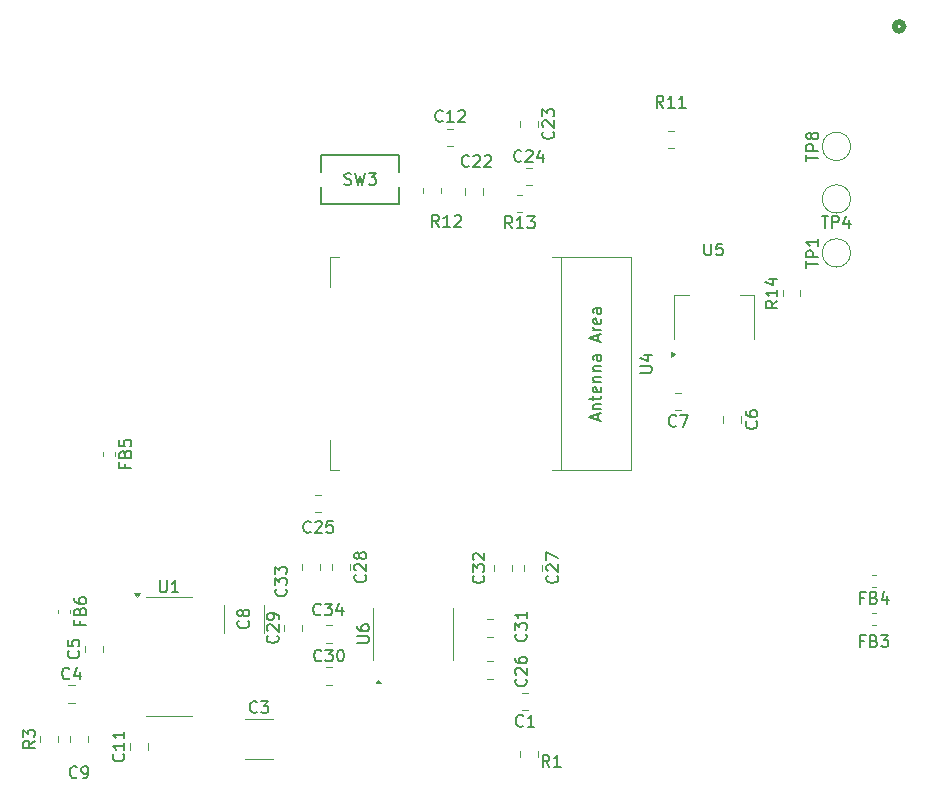
<source format=gbr>
%TF.GenerationSoftware,KiCad,Pcbnew,8.0.3*%
%TF.CreationDate,2024-10-26T03:20:47-07:00*%
%TF.ProjectId,test,74657374-2e6b-4696-9361-645f70636258,rev?*%
%TF.SameCoordinates,Original*%
%TF.FileFunction,Legend,Top*%
%TF.FilePolarity,Positive*%
%FSLAX46Y46*%
G04 Gerber Fmt 4.6, Leading zero omitted, Abs format (unit mm)*
G04 Created by KiCad (PCBNEW 8.0.3) date 2024-10-26 03:20:47*
%MOMM*%
%LPD*%
G01*
G04 APERTURE LIST*
%ADD10C,0.150000*%
%ADD11C,0.120000*%
%ADD12C,0.152400*%
%ADD13C,0.508000*%
G04 APERTURE END LIST*
D10*
X194306819Y-90916904D02*
X194306819Y-90345476D01*
X195306819Y-90631190D02*
X194306819Y-90631190D01*
X195306819Y-90012142D02*
X194306819Y-90012142D01*
X194306819Y-90012142D02*
X194306819Y-89631190D01*
X194306819Y-89631190D02*
X194354438Y-89535952D01*
X194354438Y-89535952D02*
X194402057Y-89488333D01*
X194402057Y-89488333D02*
X194497295Y-89440714D01*
X194497295Y-89440714D02*
X194640152Y-89440714D01*
X194640152Y-89440714D02*
X194735390Y-89488333D01*
X194735390Y-89488333D02*
X194783009Y-89535952D01*
X194783009Y-89535952D02*
X194830628Y-89631190D01*
X194830628Y-89631190D02*
X194830628Y-90012142D01*
X195306819Y-88488333D02*
X195306819Y-89059761D01*
X195306819Y-88774047D02*
X194306819Y-88774047D01*
X194306819Y-88774047D02*
X194449676Y-88869285D01*
X194449676Y-88869285D02*
X194544914Y-88964523D01*
X194544914Y-88964523D02*
X194592533Y-89059761D01*
X195588095Y-86542819D02*
X196159523Y-86542819D01*
X195873809Y-87542819D02*
X195873809Y-86542819D01*
X196492857Y-87542819D02*
X196492857Y-86542819D01*
X196492857Y-86542819D02*
X196873809Y-86542819D01*
X196873809Y-86542819D02*
X196969047Y-86590438D01*
X196969047Y-86590438D02*
X197016666Y-86638057D01*
X197016666Y-86638057D02*
X197064285Y-86733295D01*
X197064285Y-86733295D02*
X197064285Y-86876152D01*
X197064285Y-86876152D02*
X197016666Y-86971390D01*
X197016666Y-86971390D02*
X196969047Y-87019009D01*
X196969047Y-87019009D02*
X196873809Y-87066628D01*
X196873809Y-87066628D02*
X196492857Y-87066628D01*
X197921428Y-86876152D02*
X197921428Y-87542819D01*
X197683333Y-86495200D02*
X197445238Y-87209485D01*
X197445238Y-87209485D02*
X198064285Y-87209485D01*
X194306819Y-81906904D02*
X194306819Y-81335476D01*
X195306819Y-81621190D02*
X194306819Y-81621190D01*
X195306819Y-81002142D02*
X194306819Y-81002142D01*
X194306819Y-81002142D02*
X194306819Y-80621190D01*
X194306819Y-80621190D02*
X194354438Y-80525952D01*
X194354438Y-80525952D02*
X194402057Y-80478333D01*
X194402057Y-80478333D02*
X194497295Y-80430714D01*
X194497295Y-80430714D02*
X194640152Y-80430714D01*
X194640152Y-80430714D02*
X194735390Y-80478333D01*
X194735390Y-80478333D02*
X194783009Y-80525952D01*
X194783009Y-80525952D02*
X194830628Y-80621190D01*
X194830628Y-80621190D02*
X194830628Y-81002142D01*
X194735390Y-79859285D02*
X194687771Y-79954523D01*
X194687771Y-79954523D02*
X194640152Y-80002142D01*
X194640152Y-80002142D02*
X194544914Y-80049761D01*
X194544914Y-80049761D02*
X194497295Y-80049761D01*
X194497295Y-80049761D02*
X194402057Y-80002142D01*
X194402057Y-80002142D02*
X194354438Y-79954523D01*
X194354438Y-79954523D02*
X194306819Y-79859285D01*
X194306819Y-79859285D02*
X194306819Y-79668809D01*
X194306819Y-79668809D02*
X194354438Y-79573571D01*
X194354438Y-79573571D02*
X194402057Y-79525952D01*
X194402057Y-79525952D02*
X194497295Y-79478333D01*
X194497295Y-79478333D02*
X194544914Y-79478333D01*
X194544914Y-79478333D02*
X194640152Y-79525952D01*
X194640152Y-79525952D02*
X194687771Y-79573571D01*
X194687771Y-79573571D02*
X194735390Y-79668809D01*
X194735390Y-79668809D02*
X194735390Y-79859285D01*
X194735390Y-79859285D02*
X194783009Y-79954523D01*
X194783009Y-79954523D02*
X194830628Y-80002142D01*
X194830628Y-80002142D02*
X194925866Y-80049761D01*
X194925866Y-80049761D02*
X195116342Y-80049761D01*
X195116342Y-80049761D02*
X195211580Y-80002142D01*
X195211580Y-80002142D02*
X195259200Y-79954523D01*
X195259200Y-79954523D02*
X195306819Y-79859285D01*
X195306819Y-79859285D02*
X195306819Y-79668809D01*
X195306819Y-79668809D02*
X195259200Y-79573571D01*
X195259200Y-79573571D02*
X195211580Y-79525952D01*
X195211580Y-79525952D02*
X195116342Y-79478333D01*
X195116342Y-79478333D02*
X194925866Y-79478333D01*
X194925866Y-79478333D02*
X194830628Y-79525952D01*
X194830628Y-79525952D02*
X194783009Y-79573571D01*
X194783009Y-79573571D02*
X194735390Y-79668809D01*
X132806009Y-120848333D02*
X132806009Y-121181666D01*
X133329819Y-121181666D02*
X132329819Y-121181666D01*
X132329819Y-121181666D02*
X132329819Y-120705476D01*
X132806009Y-119991190D02*
X132853628Y-119848333D01*
X132853628Y-119848333D02*
X132901247Y-119800714D01*
X132901247Y-119800714D02*
X132996485Y-119753095D01*
X132996485Y-119753095D02*
X133139342Y-119753095D01*
X133139342Y-119753095D02*
X133234580Y-119800714D01*
X133234580Y-119800714D02*
X133282200Y-119848333D01*
X133282200Y-119848333D02*
X133329819Y-119943571D01*
X133329819Y-119943571D02*
X133329819Y-120324523D01*
X133329819Y-120324523D02*
X132329819Y-120324523D01*
X132329819Y-120324523D02*
X132329819Y-119991190D01*
X132329819Y-119991190D02*
X132377438Y-119895952D01*
X132377438Y-119895952D02*
X132425057Y-119848333D01*
X132425057Y-119848333D02*
X132520295Y-119800714D01*
X132520295Y-119800714D02*
X132615533Y-119800714D01*
X132615533Y-119800714D02*
X132710771Y-119848333D01*
X132710771Y-119848333D02*
X132758390Y-119895952D01*
X132758390Y-119895952D02*
X132806009Y-119991190D01*
X132806009Y-119991190D02*
X132806009Y-120324523D01*
X132329819Y-118895952D02*
X132329819Y-119086428D01*
X132329819Y-119086428D02*
X132377438Y-119181666D01*
X132377438Y-119181666D02*
X132425057Y-119229285D01*
X132425057Y-119229285D02*
X132567914Y-119324523D01*
X132567914Y-119324523D02*
X132758390Y-119372142D01*
X132758390Y-119372142D02*
X133139342Y-119372142D01*
X133139342Y-119372142D02*
X133234580Y-119324523D01*
X133234580Y-119324523D02*
X133282200Y-119276904D01*
X133282200Y-119276904D02*
X133329819Y-119181666D01*
X133329819Y-119181666D02*
X133329819Y-118991190D01*
X133329819Y-118991190D02*
X133282200Y-118895952D01*
X133282200Y-118895952D02*
X133234580Y-118848333D01*
X133234580Y-118848333D02*
X133139342Y-118800714D01*
X133139342Y-118800714D02*
X132901247Y-118800714D01*
X132901247Y-118800714D02*
X132806009Y-118848333D01*
X132806009Y-118848333D02*
X132758390Y-118895952D01*
X132758390Y-118895952D02*
X132710771Y-118991190D01*
X132710771Y-118991190D02*
X132710771Y-119181666D01*
X132710771Y-119181666D02*
X132758390Y-119276904D01*
X132758390Y-119276904D02*
X132806009Y-119324523D01*
X132806009Y-119324523D02*
X132901247Y-119372142D01*
X136616009Y-107513333D02*
X136616009Y-107846666D01*
X137139819Y-107846666D02*
X136139819Y-107846666D01*
X136139819Y-107846666D02*
X136139819Y-107370476D01*
X136616009Y-106656190D02*
X136663628Y-106513333D01*
X136663628Y-106513333D02*
X136711247Y-106465714D01*
X136711247Y-106465714D02*
X136806485Y-106418095D01*
X136806485Y-106418095D02*
X136949342Y-106418095D01*
X136949342Y-106418095D02*
X137044580Y-106465714D01*
X137044580Y-106465714D02*
X137092200Y-106513333D01*
X137092200Y-106513333D02*
X137139819Y-106608571D01*
X137139819Y-106608571D02*
X137139819Y-106989523D01*
X137139819Y-106989523D02*
X136139819Y-106989523D01*
X136139819Y-106989523D02*
X136139819Y-106656190D01*
X136139819Y-106656190D02*
X136187438Y-106560952D01*
X136187438Y-106560952D02*
X136235057Y-106513333D01*
X136235057Y-106513333D02*
X136330295Y-106465714D01*
X136330295Y-106465714D02*
X136425533Y-106465714D01*
X136425533Y-106465714D02*
X136520771Y-106513333D01*
X136520771Y-106513333D02*
X136568390Y-106560952D01*
X136568390Y-106560952D02*
X136616009Y-106656190D01*
X136616009Y-106656190D02*
X136616009Y-106989523D01*
X136139819Y-105513333D02*
X136139819Y-105989523D01*
X136139819Y-105989523D02*
X136616009Y-106037142D01*
X136616009Y-106037142D02*
X136568390Y-105989523D01*
X136568390Y-105989523D02*
X136520771Y-105894285D01*
X136520771Y-105894285D02*
X136520771Y-105656190D01*
X136520771Y-105656190D02*
X136568390Y-105560952D01*
X136568390Y-105560952D02*
X136616009Y-105513333D01*
X136616009Y-105513333D02*
X136711247Y-105465714D01*
X136711247Y-105465714D02*
X136949342Y-105465714D01*
X136949342Y-105465714D02*
X137044580Y-105513333D01*
X137044580Y-105513333D02*
X137092200Y-105560952D01*
X137092200Y-105560952D02*
X137139819Y-105656190D01*
X137139819Y-105656190D02*
X137139819Y-105894285D01*
X137139819Y-105894285D02*
X137092200Y-105989523D01*
X137092200Y-105989523D02*
X137044580Y-106037142D01*
X199191666Y-118836009D02*
X198858333Y-118836009D01*
X198858333Y-119359819D02*
X198858333Y-118359819D01*
X198858333Y-118359819D02*
X199334523Y-118359819D01*
X200048809Y-118836009D02*
X200191666Y-118883628D01*
X200191666Y-118883628D02*
X200239285Y-118931247D01*
X200239285Y-118931247D02*
X200286904Y-119026485D01*
X200286904Y-119026485D02*
X200286904Y-119169342D01*
X200286904Y-119169342D02*
X200239285Y-119264580D01*
X200239285Y-119264580D02*
X200191666Y-119312200D01*
X200191666Y-119312200D02*
X200096428Y-119359819D01*
X200096428Y-119359819D02*
X199715476Y-119359819D01*
X199715476Y-119359819D02*
X199715476Y-118359819D01*
X199715476Y-118359819D02*
X200048809Y-118359819D01*
X200048809Y-118359819D02*
X200144047Y-118407438D01*
X200144047Y-118407438D02*
X200191666Y-118455057D01*
X200191666Y-118455057D02*
X200239285Y-118550295D01*
X200239285Y-118550295D02*
X200239285Y-118645533D01*
X200239285Y-118645533D02*
X200191666Y-118740771D01*
X200191666Y-118740771D02*
X200144047Y-118788390D01*
X200144047Y-118788390D02*
X200048809Y-118836009D01*
X200048809Y-118836009D02*
X199715476Y-118836009D01*
X201144047Y-118693152D02*
X201144047Y-119359819D01*
X200905952Y-118312200D02*
X200667857Y-119026485D01*
X200667857Y-119026485D02*
X201286904Y-119026485D01*
X199191666Y-122486009D02*
X198858333Y-122486009D01*
X198858333Y-123009819D02*
X198858333Y-122009819D01*
X198858333Y-122009819D02*
X199334523Y-122009819D01*
X200048809Y-122486009D02*
X200191666Y-122533628D01*
X200191666Y-122533628D02*
X200239285Y-122581247D01*
X200239285Y-122581247D02*
X200286904Y-122676485D01*
X200286904Y-122676485D02*
X200286904Y-122819342D01*
X200286904Y-122819342D02*
X200239285Y-122914580D01*
X200239285Y-122914580D02*
X200191666Y-122962200D01*
X200191666Y-122962200D02*
X200096428Y-123009819D01*
X200096428Y-123009819D02*
X199715476Y-123009819D01*
X199715476Y-123009819D02*
X199715476Y-122009819D01*
X199715476Y-122009819D02*
X200048809Y-122009819D01*
X200048809Y-122009819D02*
X200144047Y-122057438D01*
X200144047Y-122057438D02*
X200191666Y-122105057D01*
X200191666Y-122105057D02*
X200239285Y-122200295D01*
X200239285Y-122200295D02*
X200239285Y-122295533D01*
X200239285Y-122295533D02*
X200191666Y-122390771D01*
X200191666Y-122390771D02*
X200144047Y-122438390D01*
X200144047Y-122438390D02*
X200048809Y-122486009D01*
X200048809Y-122486009D02*
X199715476Y-122486009D01*
X200620238Y-122009819D02*
X201239285Y-122009819D01*
X201239285Y-122009819D02*
X200905952Y-122390771D01*
X200905952Y-122390771D02*
X201048809Y-122390771D01*
X201048809Y-122390771D02*
X201144047Y-122438390D01*
X201144047Y-122438390D02*
X201191666Y-122486009D01*
X201191666Y-122486009D02*
X201239285Y-122581247D01*
X201239285Y-122581247D02*
X201239285Y-122819342D01*
X201239285Y-122819342D02*
X201191666Y-122914580D01*
X201191666Y-122914580D02*
X201144047Y-122962200D01*
X201144047Y-122962200D02*
X201048809Y-123009819D01*
X201048809Y-123009819D02*
X200763095Y-123009819D01*
X200763095Y-123009819D02*
X200667857Y-122962200D01*
X200667857Y-122962200D02*
X200620238Y-122914580D01*
X180234819Y-99797904D02*
X181044342Y-99797904D01*
X181044342Y-99797904D02*
X181139580Y-99750285D01*
X181139580Y-99750285D02*
X181187200Y-99702666D01*
X181187200Y-99702666D02*
X181234819Y-99607428D01*
X181234819Y-99607428D02*
X181234819Y-99416952D01*
X181234819Y-99416952D02*
X181187200Y-99321714D01*
X181187200Y-99321714D02*
X181139580Y-99274095D01*
X181139580Y-99274095D02*
X181044342Y-99226476D01*
X181044342Y-99226476D02*
X180234819Y-99226476D01*
X180568152Y-98321714D02*
X181234819Y-98321714D01*
X180187200Y-98559809D02*
X180901485Y-98797904D01*
X180901485Y-98797904D02*
X180901485Y-98178857D01*
X176649104Y-103797905D02*
X176649104Y-103321715D01*
X176934819Y-103893143D02*
X175934819Y-103559810D01*
X175934819Y-103559810D02*
X176934819Y-103226477D01*
X176268152Y-102893143D02*
X176934819Y-102893143D01*
X176363390Y-102893143D02*
X176315771Y-102845524D01*
X176315771Y-102845524D02*
X176268152Y-102750286D01*
X176268152Y-102750286D02*
X176268152Y-102607429D01*
X176268152Y-102607429D02*
X176315771Y-102512191D01*
X176315771Y-102512191D02*
X176411009Y-102464572D01*
X176411009Y-102464572D02*
X176934819Y-102464572D01*
X176268152Y-102131238D02*
X176268152Y-101750286D01*
X175934819Y-101988381D02*
X176791961Y-101988381D01*
X176791961Y-101988381D02*
X176887200Y-101940762D01*
X176887200Y-101940762D02*
X176934819Y-101845524D01*
X176934819Y-101845524D02*
X176934819Y-101750286D01*
X176887200Y-101036000D02*
X176934819Y-101131238D01*
X176934819Y-101131238D02*
X176934819Y-101321714D01*
X176934819Y-101321714D02*
X176887200Y-101416952D01*
X176887200Y-101416952D02*
X176791961Y-101464571D01*
X176791961Y-101464571D02*
X176411009Y-101464571D01*
X176411009Y-101464571D02*
X176315771Y-101416952D01*
X176315771Y-101416952D02*
X176268152Y-101321714D01*
X176268152Y-101321714D02*
X176268152Y-101131238D01*
X176268152Y-101131238D02*
X176315771Y-101036000D01*
X176315771Y-101036000D02*
X176411009Y-100988381D01*
X176411009Y-100988381D02*
X176506247Y-100988381D01*
X176506247Y-100988381D02*
X176601485Y-101464571D01*
X176268152Y-100559809D02*
X176934819Y-100559809D01*
X176363390Y-100559809D02*
X176315771Y-100512190D01*
X176315771Y-100512190D02*
X176268152Y-100416952D01*
X176268152Y-100416952D02*
X176268152Y-100274095D01*
X176268152Y-100274095D02*
X176315771Y-100178857D01*
X176315771Y-100178857D02*
X176411009Y-100131238D01*
X176411009Y-100131238D02*
X176934819Y-100131238D01*
X176268152Y-99655047D02*
X176934819Y-99655047D01*
X176363390Y-99655047D02*
X176315771Y-99607428D01*
X176315771Y-99607428D02*
X176268152Y-99512190D01*
X176268152Y-99512190D02*
X176268152Y-99369333D01*
X176268152Y-99369333D02*
X176315771Y-99274095D01*
X176315771Y-99274095D02*
X176411009Y-99226476D01*
X176411009Y-99226476D02*
X176934819Y-99226476D01*
X176934819Y-98321714D02*
X176411009Y-98321714D01*
X176411009Y-98321714D02*
X176315771Y-98369333D01*
X176315771Y-98369333D02*
X176268152Y-98464571D01*
X176268152Y-98464571D02*
X176268152Y-98655047D01*
X176268152Y-98655047D02*
X176315771Y-98750285D01*
X176887200Y-98321714D02*
X176934819Y-98416952D01*
X176934819Y-98416952D02*
X176934819Y-98655047D01*
X176934819Y-98655047D02*
X176887200Y-98750285D01*
X176887200Y-98750285D02*
X176791961Y-98797904D01*
X176791961Y-98797904D02*
X176696723Y-98797904D01*
X176696723Y-98797904D02*
X176601485Y-98750285D01*
X176601485Y-98750285D02*
X176553866Y-98655047D01*
X176553866Y-98655047D02*
X176553866Y-98416952D01*
X176553866Y-98416952D02*
X176506247Y-98321714D01*
X176649104Y-97131237D02*
X176649104Y-96655047D01*
X176934819Y-97226475D02*
X175934819Y-96893142D01*
X175934819Y-96893142D02*
X176934819Y-96559809D01*
X176934819Y-96226475D02*
X176268152Y-96226475D01*
X176458628Y-96226475D02*
X176363390Y-96178856D01*
X176363390Y-96178856D02*
X176315771Y-96131237D01*
X176315771Y-96131237D02*
X176268152Y-96035999D01*
X176268152Y-96035999D02*
X176268152Y-95940761D01*
X176887200Y-95226475D02*
X176934819Y-95321713D01*
X176934819Y-95321713D02*
X176934819Y-95512189D01*
X176934819Y-95512189D02*
X176887200Y-95607427D01*
X176887200Y-95607427D02*
X176791961Y-95655046D01*
X176791961Y-95655046D02*
X176411009Y-95655046D01*
X176411009Y-95655046D02*
X176315771Y-95607427D01*
X176315771Y-95607427D02*
X176268152Y-95512189D01*
X176268152Y-95512189D02*
X176268152Y-95321713D01*
X176268152Y-95321713D02*
X176315771Y-95226475D01*
X176315771Y-95226475D02*
X176411009Y-95178856D01*
X176411009Y-95178856D02*
X176506247Y-95178856D01*
X176506247Y-95178856D02*
X176601485Y-95655046D01*
X176934819Y-94321713D02*
X176411009Y-94321713D01*
X176411009Y-94321713D02*
X176315771Y-94369332D01*
X176315771Y-94369332D02*
X176268152Y-94464570D01*
X176268152Y-94464570D02*
X176268152Y-94655046D01*
X176268152Y-94655046D02*
X176315771Y-94750284D01*
X176887200Y-94321713D02*
X176934819Y-94416951D01*
X176934819Y-94416951D02*
X176934819Y-94655046D01*
X176934819Y-94655046D02*
X176887200Y-94750284D01*
X176887200Y-94750284D02*
X176791961Y-94797903D01*
X176791961Y-94797903D02*
X176696723Y-94797903D01*
X176696723Y-94797903D02*
X176601485Y-94750284D01*
X176601485Y-94750284D02*
X176553866Y-94655046D01*
X176553866Y-94655046D02*
X176553866Y-94416951D01*
X176553866Y-94416951D02*
X176506247Y-94321713D01*
X190061580Y-103922666D02*
X190109200Y-103970285D01*
X190109200Y-103970285D02*
X190156819Y-104113142D01*
X190156819Y-104113142D02*
X190156819Y-104208380D01*
X190156819Y-104208380D02*
X190109200Y-104351237D01*
X190109200Y-104351237D02*
X190013961Y-104446475D01*
X190013961Y-104446475D02*
X189918723Y-104494094D01*
X189918723Y-104494094D02*
X189728247Y-104541713D01*
X189728247Y-104541713D02*
X189585390Y-104541713D01*
X189585390Y-104541713D02*
X189394914Y-104494094D01*
X189394914Y-104494094D02*
X189299676Y-104446475D01*
X189299676Y-104446475D02*
X189204438Y-104351237D01*
X189204438Y-104351237D02*
X189156819Y-104208380D01*
X189156819Y-104208380D02*
X189156819Y-104113142D01*
X189156819Y-104113142D02*
X189204438Y-103970285D01*
X189204438Y-103970285D02*
X189252057Y-103922666D01*
X189156819Y-103065523D02*
X189156819Y-103255999D01*
X189156819Y-103255999D02*
X189204438Y-103351237D01*
X189204438Y-103351237D02*
X189252057Y-103398856D01*
X189252057Y-103398856D02*
X189394914Y-103494094D01*
X189394914Y-103494094D02*
X189585390Y-103541713D01*
X189585390Y-103541713D02*
X189966342Y-103541713D01*
X189966342Y-103541713D02*
X190061580Y-103494094D01*
X190061580Y-103494094D02*
X190109200Y-103446475D01*
X190109200Y-103446475D02*
X190156819Y-103351237D01*
X190156819Y-103351237D02*
X190156819Y-103160761D01*
X190156819Y-103160761D02*
X190109200Y-103065523D01*
X190109200Y-103065523D02*
X190061580Y-103017904D01*
X190061580Y-103017904D02*
X189966342Y-102970285D01*
X189966342Y-102970285D02*
X189728247Y-102970285D01*
X189728247Y-102970285D02*
X189633009Y-103017904D01*
X189633009Y-103017904D02*
X189585390Y-103065523D01*
X189585390Y-103065523D02*
X189537771Y-103160761D01*
X189537771Y-103160761D02*
X189537771Y-103351237D01*
X189537771Y-103351237D02*
X189585390Y-103446475D01*
X189585390Y-103446475D02*
X189633009Y-103494094D01*
X189633009Y-103494094D02*
X189728247Y-103541713D01*
X132548333Y-134029580D02*
X132500714Y-134077200D01*
X132500714Y-134077200D02*
X132357857Y-134124819D01*
X132357857Y-134124819D02*
X132262619Y-134124819D01*
X132262619Y-134124819D02*
X132119762Y-134077200D01*
X132119762Y-134077200D02*
X132024524Y-133981961D01*
X132024524Y-133981961D02*
X131976905Y-133886723D01*
X131976905Y-133886723D02*
X131929286Y-133696247D01*
X131929286Y-133696247D02*
X131929286Y-133553390D01*
X131929286Y-133553390D02*
X131976905Y-133362914D01*
X131976905Y-133362914D02*
X132024524Y-133267676D01*
X132024524Y-133267676D02*
X132119762Y-133172438D01*
X132119762Y-133172438D02*
X132262619Y-133124819D01*
X132262619Y-133124819D02*
X132357857Y-133124819D01*
X132357857Y-133124819D02*
X132500714Y-133172438D01*
X132500714Y-133172438D02*
X132548333Y-133220057D01*
X133024524Y-134124819D02*
X133215000Y-134124819D01*
X133215000Y-134124819D02*
X133310238Y-134077200D01*
X133310238Y-134077200D02*
X133357857Y-134029580D01*
X133357857Y-134029580D02*
X133453095Y-133886723D01*
X133453095Y-133886723D02*
X133500714Y-133696247D01*
X133500714Y-133696247D02*
X133500714Y-133315295D01*
X133500714Y-133315295D02*
X133453095Y-133220057D01*
X133453095Y-133220057D02*
X133405476Y-133172438D01*
X133405476Y-133172438D02*
X133310238Y-133124819D01*
X133310238Y-133124819D02*
X133119762Y-133124819D01*
X133119762Y-133124819D02*
X133024524Y-133172438D01*
X133024524Y-133172438D02*
X132976905Y-133220057D01*
X132976905Y-133220057D02*
X132929286Y-133315295D01*
X132929286Y-133315295D02*
X132929286Y-133553390D01*
X132929286Y-133553390D02*
X132976905Y-133648628D01*
X132976905Y-133648628D02*
X133024524Y-133696247D01*
X133024524Y-133696247D02*
X133119762Y-133743866D01*
X133119762Y-133743866D02*
X133310238Y-133743866D01*
X133310238Y-133743866D02*
X133405476Y-133696247D01*
X133405476Y-133696247D02*
X133453095Y-133648628D01*
X133453095Y-133648628D02*
X133500714Y-133553390D01*
X185674095Y-88862819D02*
X185674095Y-89672342D01*
X185674095Y-89672342D02*
X185721714Y-89767580D01*
X185721714Y-89767580D02*
X185769333Y-89815200D01*
X185769333Y-89815200D02*
X185864571Y-89862819D01*
X185864571Y-89862819D02*
X186055047Y-89862819D01*
X186055047Y-89862819D02*
X186150285Y-89815200D01*
X186150285Y-89815200D02*
X186197904Y-89767580D01*
X186197904Y-89767580D02*
X186245523Y-89672342D01*
X186245523Y-89672342D02*
X186245523Y-88862819D01*
X187197904Y-88862819D02*
X186721714Y-88862819D01*
X186721714Y-88862819D02*
X186674095Y-89339009D01*
X186674095Y-89339009D02*
X186721714Y-89291390D01*
X186721714Y-89291390D02*
X186816952Y-89243771D01*
X186816952Y-89243771D02*
X187055047Y-89243771D01*
X187055047Y-89243771D02*
X187150285Y-89291390D01*
X187150285Y-89291390D02*
X187197904Y-89339009D01*
X187197904Y-89339009D02*
X187245523Y-89434247D01*
X187245523Y-89434247D02*
X187245523Y-89672342D01*
X187245523Y-89672342D02*
X187197904Y-89767580D01*
X187197904Y-89767580D02*
X187150285Y-89815200D01*
X187150285Y-89815200D02*
X187055047Y-89862819D01*
X187055047Y-89862819D02*
X186816952Y-89862819D01*
X186816952Y-89862819D02*
X186721714Y-89815200D01*
X186721714Y-89815200D02*
X186674095Y-89767580D01*
X163503142Y-78464580D02*
X163455523Y-78512200D01*
X163455523Y-78512200D02*
X163312666Y-78559819D01*
X163312666Y-78559819D02*
X163217428Y-78559819D01*
X163217428Y-78559819D02*
X163074571Y-78512200D01*
X163074571Y-78512200D02*
X162979333Y-78416961D01*
X162979333Y-78416961D02*
X162931714Y-78321723D01*
X162931714Y-78321723D02*
X162884095Y-78131247D01*
X162884095Y-78131247D02*
X162884095Y-77988390D01*
X162884095Y-77988390D02*
X162931714Y-77797914D01*
X162931714Y-77797914D02*
X162979333Y-77702676D01*
X162979333Y-77702676D02*
X163074571Y-77607438D01*
X163074571Y-77607438D02*
X163217428Y-77559819D01*
X163217428Y-77559819D02*
X163312666Y-77559819D01*
X163312666Y-77559819D02*
X163455523Y-77607438D01*
X163455523Y-77607438D02*
X163503142Y-77655057D01*
X164455523Y-78559819D02*
X163884095Y-78559819D01*
X164169809Y-78559819D02*
X164169809Y-77559819D01*
X164169809Y-77559819D02*
X164074571Y-77702676D01*
X164074571Y-77702676D02*
X163979333Y-77797914D01*
X163979333Y-77797914D02*
X163884095Y-77845533D01*
X164836476Y-77655057D02*
X164884095Y-77607438D01*
X164884095Y-77607438D02*
X164979333Y-77559819D01*
X164979333Y-77559819D02*
X165217428Y-77559819D01*
X165217428Y-77559819D02*
X165312666Y-77607438D01*
X165312666Y-77607438D02*
X165360285Y-77655057D01*
X165360285Y-77655057D02*
X165407904Y-77750295D01*
X165407904Y-77750295D02*
X165407904Y-77845533D01*
X165407904Y-77845533D02*
X165360285Y-77988390D01*
X165360285Y-77988390D02*
X164788857Y-78559819D01*
X164788857Y-78559819D02*
X165407904Y-78559819D01*
X132664580Y-123356666D02*
X132712200Y-123404285D01*
X132712200Y-123404285D02*
X132759819Y-123547142D01*
X132759819Y-123547142D02*
X132759819Y-123642380D01*
X132759819Y-123642380D02*
X132712200Y-123785237D01*
X132712200Y-123785237D02*
X132616961Y-123880475D01*
X132616961Y-123880475D02*
X132521723Y-123928094D01*
X132521723Y-123928094D02*
X132331247Y-123975713D01*
X132331247Y-123975713D02*
X132188390Y-123975713D01*
X132188390Y-123975713D02*
X131997914Y-123928094D01*
X131997914Y-123928094D02*
X131902676Y-123880475D01*
X131902676Y-123880475D02*
X131807438Y-123785237D01*
X131807438Y-123785237D02*
X131759819Y-123642380D01*
X131759819Y-123642380D02*
X131759819Y-123547142D01*
X131759819Y-123547142D02*
X131807438Y-123404285D01*
X131807438Y-123404285D02*
X131855057Y-123356666D01*
X131759819Y-122451904D02*
X131759819Y-122928094D01*
X131759819Y-122928094D02*
X132236009Y-122975713D01*
X132236009Y-122975713D02*
X132188390Y-122928094D01*
X132188390Y-122928094D02*
X132140771Y-122832856D01*
X132140771Y-122832856D02*
X132140771Y-122594761D01*
X132140771Y-122594761D02*
X132188390Y-122499523D01*
X132188390Y-122499523D02*
X132236009Y-122451904D01*
X132236009Y-122451904D02*
X132331247Y-122404285D01*
X132331247Y-122404285D02*
X132569342Y-122404285D01*
X132569342Y-122404285D02*
X132664580Y-122451904D01*
X132664580Y-122451904D02*
X132712200Y-122499523D01*
X132712200Y-122499523D02*
X132759819Y-122594761D01*
X132759819Y-122594761D02*
X132759819Y-122832856D01*
X132759819Y-122832856D02*
X132712200Y-122928094D01*
X132712200Y-122928094D02*
X132664580Y-122975713D01*
X128979819Y-130976666D02*
X128503628Y-131309999D01*
X128979819Y-131548094D02*
X127979819Y-131548094D01*
X127979819Y-131548094D02*
X127979819Y-131167142D01*
X127979819Y-131167142D02*
X128027438Y-131071904D01*
X128027438Y-131071904D02*
X128075057Y-131024285D01*
X128075057Y-131024285D02*
X128170295Y-130976666D01*
X128170295Y-130976666D02*
X128313152Y-130976666D01*
X128313152Y-130976666D02*
X128408390Y-131024285D01*
X128408390Y-131024285D02*
X128456009Y-131071904D01*
X128456009Y-131071904D02*
X128503628Y-131167142D01*
X128503628Y-131167142D02*
X128503628Y-131548094D01*
X127979819Y-130643332D02*
X127979819Y-130024285D01*
X127979819Y-130024285D02*
X128360771Y-130357618D01*
X128360771Y-130357618D02*
X128360771Y-130214761D01*
X128360771Y-130214761D02*
X128408390Y-130119523D01*
X128408390Y-130119523D02*
X128456009Y-130071904D01*
X128456009Y-130071904D02*
X128551247Y-130024285D01*
X128551247Y-130024285D02*
X128789342Y-130024285D01*
X128789342Y-130024285D02*
X128884580Y-130071904D01*
X128884580Y-130071904D02*
X128932200Y-130119523D01*
X128932200Y-130119523D02*
X128979819Y-130214761D01*
X128979819Y-130214761D02*
X128979819Y-130500475D01*
X128979819Y-130500475D02*
X128932200Y-130595713D01*
X128932200Y-130595713D02*
X128884580Y-130643332D01*
X155192667Y-83843200D02*
X155335524Y-83890819D01*
X155335524Y-83890819D02*
X155573619Y-83890819D01*
X155573619Y-83890819D02*
X155668857Y-83843200D01*
X155668857Y-83843200D02*
X155716476Y-83795580D01*
X155716476Y-83795580D02*
X155764095Y-83700342D01*
X155764095Y-83700342D02*
X155764095Y-83605104D01*
X155764095Y-83605104D02*
X155716476Y-83509866D01*
X155716476Y-83509866D02*
X155668857Y-83462247D01*
X155668857Y-83462247D02*
X155573619Y-83414628D01*
X155573619Y-83414628D02*
X155383143Y-83367009D01*
X155383143Y-83367009D02*
X155287905Y-83319390D01*
X155287905Y-83319390D02*
X155240286Y-83271771D01*
X155240286Y-83271771D02*
X155192667Y-83176533D01*
X155192667Y-83176533D02*
X155192667Y-83081295D01*
X155192667Y-83081295D02*
X155240286Y-82986057D01*
X155240286Y-82986057D02*
X155287905Y-82938438D01*
X155287905Y-82938438D02*
X155383143Y-82890819D01*
X155383143Y-82890819D02*
X155621238Y-82890819D01*
X155621238Y-82890819D02*
X155764095Y-82938438D01*
X156097429Y-82890819D02*
X156335524Y-83890819D01*
X156335524Y-83890819D02*
X156526000Y-83176533D01*
X156526000Y-83176533D02*
X156716476Y-83890819D01*
X156716476Y-83890819D02*
X156954572Y-82890819D01*
X157240286Y-82890819D02*
X157859333Y-82890819D01*
X157859333Y-82890819D02*
X157526000Y-83271771D01*
X157526000Y-83271771D02*
X157668857Y-83271771D01*
X157668857Y-83271771D02*
X157764095Y-83319390D01*
X157764095Y-83319390D02*
X157811714Y-83367009D01*
X157811714Y-83367009D02*
X157859333Y-83462247D01*
X157859333Y-83462247D02*
X157859333Y-83700342D01*
X157859333Y-83700342D02*
X157811714Y-83795580D01*
X157811714Y-83795580D02*
X157764095Y-83843200D01*
X157764095Y-83843200D02*
X157668857Y-83890819D01*
X157668857Y-83890819D02*
X157383143Y-83890819D01*
X157383143Y-83890819D02*
X157287905Y-83843200D01*
X157287905Y-83843200D02*
X157240286Y-83795580D01*
X156253319Y-122681904D02*
X157062842Y-122681904D01*
X157062842Y-122681904D02*
X157158080Y-122634285D01*
X157158080Y-122634285D02*
X157205700Y-122586666D01*
X157205700Y-122586666D02*
X157253319Y-122491428D01*
X157253319Y-122491428D02*
X157253319Y-122300952D01*
X157253319Y-122300952D02*
X157205700Y-122205714D01*
X157205700Y-122205714D02*
X157158080Y-122158095D01*
X157158080Y-122158095D02*
X157062842Y-122110476D01*
X157062842Y-122110476D02*
X156253319Y-122110476D01*
X156253319Y-121205714D02*
X156253319Y-121396190D01*
X156253319Y-121396190D02*
X156300938Y-121491428D01*
X156300938Y-121491428D02*
X156348557Y-121539047D01*
X156348557Y-121539047D02*
X156491414Y-121634285D01*
X156491414Y-121634285D02*
X156681890Y-121681904D01*
X156681890Y-121681904D02*
X157062842Y-121681904D01*
X157062842Y-121681904D02*
X157158080Y-121634285D01*
X157158080Y-121634285D02*
X157205700Y-121586666D01*
X157205700Y-121586666D02*
X157253319Y-121491428D01*
X157253319Y-121491428D02*
X157253319Y-121300952D01*
X157253319Y-121300952D02*
X157205700Y-121205714D01*
X157205700Y-121205714D02*
X157158080Y-121158095D01*
X157158080Y-121158095D02*
X157062842Y-121110476D01*
X157062842Y-121110476D02*
X156824747Y-121110476D01*
X156824747Y-121110476D02*
X156729509Y-121158095D01*
X156729509Y-121158095D02*
X156681890Y-121205714D01*
X156681890Y-121205714D02*
X156634271Y-121300952D01*
X156634271Y-121300952D02*
X156634271Y-121491428D01*
X156634271Y-121491428D02*
X156681890Y-121586666D01*
X156681890Y-121586666D02*
X156729509Y-121634285D01*
X156729509Y-121634285D02*
X156824747Y-121681904D01*
X150219580Y-118117857D02*
X150267200Y-118165476D01*
X150267200Y-118165476D02*
X150314819Y-118308333D01*
X150314819Y-118308333D02*
X150314819Y-118403571D01*
X150314819Y-118403571D02*
X150267200Y-118546428D01*
X150267200Y-118546428D02*
X150171961Y-118641666D01*
X150171961Y-118641666D02*
X150076723Y-118689285D01*
X150076723Y-118689285D02*
X149886247Y-118736904D01*
X149886247Y-118736904D02*
X149743390Y-118736904D01*
X149743390Y-118736904D02*
X149552914Y-118689285D01*
X149552914Y-118689285D02*
X149457676Y-118641666D01*
X149457676Y-118641666D02*
X149362438Y-118546428D01*
X149362438Y-118546428D02*
X149314819Y-118403571D01*
X149314819Y-118403571D02*
X149314819Y-118308333D01*
X149314819Y-118308333D02*
X149362438Y-118165476D01*
X149362438Y-118165476D02*
X149410057Y-118117857D01*
X149314819Y-117784523D02*
X149314819Y-117165476D01*
X149314819Y-117165476D02*
X149695771Y-117498809D01*
X149695771Y-117498809D02*
X149695771Y-117355952D01*
X149695771Y-117355952D02*
X149743390Y-117260714D01*
X149743390Y-117260714D02*
X149791009Y-117213095D01*
X149791009Y-117213095D02*
X149886247Y-117165476D01*
X149886247Y-117165476D02*
X150124342Y-117165476D01*
X150124342Y-117165476D02*
X150219580Y-117213095D01*
X150219580Y-117213095D02*
X150267200Y-117260714D01*
X150267200Y-117260714D02*
X150314819Y-117355952D01*
X150314819Y-117355952D02*
X150314819Y-117641666D01*
X150314819Y-117641666D02*
X150267200Y-117736904D01*
X150267200Y-117736904D02*
X150219580Y-117784523D01*
X149314819Y-116832142D02*
X149314819Y-116213095D01*
X149314819Y-116213095D02*
X149695771Y-116546428D01*
X149695771Y-116546428D02*
X149695771Y-116403571D01*
X149695771Y-116403571D02*
X149743390Y-116308333D01*
X149743390Y-116308333D02*
X149791009Y-116260714D01*
X149791009Y-116260714D02*
X149886247Y-116213095D01*
X149886247Y-116213095D02*
X150124342Y-116213095D01*
X150124342Y-116213095D02*
X150219580Y-116260714D01*
X150219580Y-116260714D02*
X150267200Y-116308333D01*
X150267200Y-116308333D02*
X150314819Y-116403571D01*
X150314819Y-116403571D02*
X150314819Y-116689285D01*
X150314819Y-116689285D02*
X150267200Y-116784523D01*
X150267200Y-116784523D02*
X150219580Y-116832142D01*
X170539580Y-121927857D02*
X170587200Y-121975476D01*
X170587200Y-121975476D02*
X170634819Y-122118333D01*
X170634819Y-122118333D02*
X170634819Y-122213571D01*
X170634819Y-122213571D02*
X170587200Y-122356428D01*
X170587200Y-122356428D02*
X170491961Y-122451666D01*
X170491961Y-122451666D02*
X170396723Y-122499285D01*
X170396723Y-122499285D02*
X170206247Y-122546904D01*
X170206247Y-122546904D02*
X170063390Y-122546904D01*
X170063390Y-122546904D02*
X169872914Y-122499285D01*
X169872914Y-122499285D02*
X169777676Y-122451666D01*
X169777676Y-122451666D02*
X169682438Y-122356428D01*
X169682438Y-122356428D02*
X169634819Y-122213571D01*
X169634819Y-122213571D02*
X169634819Y-122118333D01*
X169634819Y-122118333D02*
X169682438Y-121975476D01*
X169682438Y-121975476D02*
X169730057Y-121927857D01*
X169634819Y-121594523D02*
X169634819Y-120975476D01*
X169634819Y-120975476D02*
X170015771Y-121308809D01*
X170015771Y-121308809D02*
X170015771Y-121165952D01*
X170015771Y-121165952D02*
X170063390Y-121070714D01*
X170063390Y-121070714D02*
X170111009Y-121023095D01*
X170111009Y-121023095D02*
X170206247Y-120975476D01*
X170206247Y-120975476D02*
X170444342Y-120975476D01*
X170444342Y-120975476D02*
X170539580Y-121023095D01*
X170539580Y-121023095D02*
X170587200Y-121070714D01*
X170587200Y-121070714D02*
X170634819Y-121165952D01*
X170634819Y-121165952D02*
X170634819Y-121451666D01*
X170634819Y-121451666D02*
X170587200Y-121546904D01*
X170587200Y-121546904D02*
X170539580Y-121594523D01*
X170634819Y-120023095D02*
X170634819Y-120594523D01*
X170634819Y-120308809D02*
X169634819Y-120308809D01*
X169634819Y-120308809D02*
X169777676Y-120404047D01*
X169777676Y-120404047D02*
X169872914Y-120499285D01*
X169872914Y-120499285D02*
X169920533Y-120594523D01*
X147788333Y-128519580D02*
X147740714Y-128567200D01*
X147740714Y-128567200D02*
X147597857Y-128614819D01*
X147597857Y-128614819D02*
X147502619Y-128614819D01*
X147502619Y-128614819D02*
X147359762Y-128567200D01*
X147359762Y-128567200D02*
X147264524Y-128471961D01*
X147264524Y-128471961D02*
X147216905Y-128376723D01*
X147216905Y-128376723D02*
X147169286Y-128186247D01*
X147169286Y-128186247D02*
X147169286Y-128043390D01*
X147169286Y-128043390D02*
X147216905Y-127852914D01*
X147216905Y-127852914D02*
X147264524Y-127757676D01*
X147264524Y-127757676D02*
X147359762Y-127662438D01*
X147359762Y-127662438D02*
X147502619Y-127614819D01*
X147502619Y-127614819D02*
X147597857Y-127614819D01*
X147597857Y-127614819D02*
X147740714Y-127662438D01*
X147740714Y-127662438D02*
X147788333Y-127710057D01*
X148121667Y-127614819D02*
X148740714Y-127614819D01*
X148740714Y-127614819D02*
X148407381Y-127995771D01*
X148407381Y-127995771D02*
X148550238Y-127995771D01*
X148550238Y-127995771D02*
X148645476Y-128043390D01*
X148645476Y-128043390D02*
X148693095Y-128091009D01*
X148693095Y-128091009D02*
X148740714Y-128186247D01*
X148740714Y-128186247D02*
X148740714Y-128424342D01*
X148740714Y-128424342D02*
X148693095Y-128519580D01*
X148693095Y-128519580D02*
X148645476Y-128567200D01*
X148645476Y-128567200D02*
X148550238Y-128614819D01*
X148550238Y-128614819D02*
X148264524Y-128614819D01*
X148264524Y-128614819D02*
X148169286Y-128567200D01*
X148169286Y-128567200D02*
X148121667Y-128519580D01*
X169393142Y-87572819D02*
X169059809Y-87096628D01*
X168821714Y-87572819D02*
X168821714Y-86572819D01*
X168821714Y-86572819D02*
X169202666Y-86572819D01*
X169202666Y-86572819D02*
X169297904Y-86620438D01*
X169297904Y-86620438D02*
X169345523Y-86668057D01*
X169345523Y-86668057D02*
X169393142Y-86763295D01*
X169393142Y-86763295D02*
X169393142Y-86906152D01*
X169393142Y-86906152D02*
X169345523Y-87001390D01*
X169345523Y-87001390D02*
X169297904Y-87049009D01*
X169297904Y-87049009D02*
X169202666Y-87096628D01*
X169202666Y-87096628D02*
X168821714Y-87096628D01*
X170345523Y-87572819D02*
X169774095Y-87572819D01*
X170059809Y-87572819D02*
X170059809Y-86572819D01*
X170059809Y-86572819D02*
X169964571Y-86715676D01*
X169964571Y-86715676D02*
X169869333Y-86810914D01*
X169869333Y-86810914D02*
X169774095Y-86858533D01*
X170678857Y-86572819D02*
X171297904Y-86572819D01*
X171297904Y-86572819D02*
X170964571Y-86953771D01*
X170964571Y-86953771D02*
X171107428Y-86953771D01*
X171107428Y-86953771D02*
X171202666Y-87001390D01*
X171202666Y-87001390D02*
X171250285Y-87049009D01*
X171250285Y-87049009D02*
X171297904Y-87144247D01*
X171297904Y-87144247D02*
X171297904Y-87382342D01*
X171297904Y-87382342D02*
X171250285Y-87477580D01*
X171250285Y-87477580D02*
X171202666Y-87525200D01*
X171202666Y-87525200D02*
X171107428Y-87572819D01*
X171107428Y-87572819D02*
X170821714Y-87572819D01*
X170821714Y-87572819D02*
X170726476Y-87525200D01*
X170726476Y-87525200D02*
X170678857Y-87477580D01*
X156942080Y-116908857D02*
X156989700Y-116956476D01*
X156989700Y-116956476D02*
X157037319Y-117099333D01*
X157037319Y-117099333D02*
X157037319Y-117194571D01*
X157037319Y-117194571D02*
X156989700Y-117337428D01*
X156989700Y-117337428D02*
X156894461Y-117432666D01*
X156894461Y-117432666D02*
X156799223Y-117480285D01*
X156799223Y-117480285D02*
X156608747Y-117527904D01*
X156608747Y-117527904D02*
X156465890Y-117527904D01*
X156465890Y-117527904D02*
X156275414Y-117480285D01*
X156275414Y-117480285D02*
X156180176Y-117432666D01*
X156180176Y-117432666D02*
X156084938Y-117337428D01*
X156084938Y-117337428D02*
X156037319Y-117194571D01*
X156037319Y-117194571D02*
X156037319Y-117099333D01*
X156037319Y-117099333D02*
X156084938Y-116956476D01*
X156084938Y-116956476D02*
X156132557Y-116908857D01*
X156132557Y-116527904D02*
X156084938Y-116480285D01*
X156084938Y-116480285D02*
X156037319Y-116385047D01*
X156037319Y-116385047D02*
X156037319Y-116146952D01*
X156037319Y-116146952D02*
X156084938Y-116051714D01*
X156084938Y-116051714D02*
X156132557Y-116004095D01*
X156132557Y-116004095D02*
X156227795Y-115956476D01*
X156227795Y-115956476D02*
X156323033Y-115956476D01*
X156323033Y-115956476D02*
X156465890Y-116004095D01*
X156465890Y-116004095D02*
X157037319Y-116575523D01*
X157037319Y-116575523D02*
X157037319Y-115956476D01*
X156465890Y-115385047D02*
X156418271Y-115480285D01*
X156418271Y-115480285D02*
X156370652Y-115527904D01*
X156370652Y-115527904D02*
X156275414Y-115575523D01*
X156275414Y-115575523D02*
X156227795Y-115575523D01*
X156227795Y-115575523D02*
X156132557Y-115527904D01*
X156132557Y-115527904D02*
X156084938Y-115480285D01*
X156084938Y-115480285D02*
X156037319Y-115385047D01*
X156037319Y-115385047D02*
X156037319Y-115194571D01*
X156037319Y-115194571D02*
X156084938Y-115099333D01*
X156084938Y-115099333D02*
X156132557Y-115051714D01*
X156132557Y-115051714D02*
X156227795Y-115004095D01*
X156227795Y-115004095D02*
X156275414Y-115004095D01*
X156275414Y-115004095D02*
X156370652Y-115051714D01*
X156370652Y-115051714D02*
X156418271Y-115099333D01*
X156418271Y-115099333D02*
X156465890Y-115194571D01*
X156465890Y-115194571D02*
X156465890Y-115385047D01*
X156465890Y-115385047D02*
X156513509Y-115480285D01*
X156513509Y-115480285D02*
X156561128Y-115527904D01*
X156561128Y-115527904D02*
X156656366Y-115575523D01*
X156656366Y-115575523D02*
X156846842Y-115575523D01*
X156846842Y-115575523D02*
X156942080Y-115527904D01*
X156942080Y-115527904D02*
X156989700Y-115480285D01*
X156989700Y-115480285D02*
X157037319Y-115385047D01*
X157037319Y-115385047D02*
X157037319Y-115194571D01*
X157037319Y-115194571D02*
X156989700Y-115099333D01*
X156989700Y-115099333D02*
X156942080Y-115051714D01*
X156942080Y-115051714D02*
X156846842Y-115004095D01*
X156846842Y-115004095D02*
X156656366Y-115004095D01*
X156656366Y-115004095D02*
X156561128Y-115051714D01*
X156561128Y-115051714D02*
X156513509Y-115099333D01*
X156513509Y-115099333D02*
X156465890Y-115194571D01*
X182197142Y-77356819D02*
X181863809Y-76880628D01*
X181625714Y-77356819D02*
X181625714Y-76356819D01*
X181625714Y-76356819D02*
X182006666Y-76356819D01*
X182006666Y-76356819D02*
X182101904Y-76404438D01*
X182101904Y-76404438D02*
X182149523Y-76452057D01*
X182149523Y-76452057D02*
X182197142Y-76547295D01*
X182197142Y-76547295D02*
X182197142Y-76690152D01*
X182197142Y-76690152D02*
X182149523Y-76785390D01*
X182149523Y-76785390D02*
X182101904Y-76833009D01*
X182101904Y-76833009D02*
X182006666Y-76880628D01*
X182006666Y-76880628D02*
X181625714Y-76880628D01*
X183149523Y-77356819D02*
X182578095Y-77356819D01*
X182863809Y-77356819D02*
X182863809Y-76356819D01*
X182863809Y-76356819D02*
X182768571Y-76499676D01*
X182768571Y-76499676D02*
X182673333Y-76594914D01*
X182673333Y-76594914D02*
X182578095Y-76642533D01*
X184101904Y-77356819D02*
X183530476Y-77356819D01*
X183816190Y-77356819D02*
X183816190Y-76356819D01*
X183816190Y-76356819D02*
X183720952Y-76499676D01*
X183720952Y-76499676D02*
X183625714Y-76594914D01*
X183625714Y-76594914D02*
X183530476Y-76642533D01*
X147044580Y-120816666D02*
X147092200Y-120864285D01*
X147092200Y-120864285D02*
X147139819Y-121007142D01*
X147139819Y-121007142D02*
X147139819Y-121102380D01*
X147139819Y-121102380D02*
X147092200Y-121245237D01*
X147092200Y-121245237D02*
X146996961Y-121340475D01*
X146996961Y-121340475D02*
X146901723Y-121388094D01*
X146901723Y-121388094D02*
X146711247Y-121435713D01*
X146711247Y-121435713D02*
X146568390Y-121435713D01*
X146568390Y-121435713D02*
X146377914Y-121388094D01*
X146377914Y-121388094D02*
X146282676Y-121340475D01*
X146282676Y-121340475D02*
X146187438Y-121245237D01*
X146187438Y-121245237D02*
X146139819Y-121102380D01*
X146139819Y-121102380D02*
X146139819Y-121007142D01*
X146139819Y-121007142D02*
X146187438Y-120864285D01*
X146187438Y-120864285D02*
X146235057Y-120816666D01*
X146568390Y-120245237D02*
X146520771Y-120340475D01*
X146520771Y-120340475D02*
X146473152Y-120388094D01*
X146473152Y-120388094D02*
X146377914Y-120435713D01*
X146377914Y-120435713D02*
X146330295Y-120435713D01*
X146330295Y-120435713D02*
X146235057Y-120388094D01*
X146235057Y-120388094D02*
X146187438Y-120340475D01*
X146187438Y-120340475D02*
X146139819Y-120245237D01*
X146139819Y-120245237D02*
X146139819Y-120054761D01*
X146139819Y-120054761D02*
X146187438Y-119959523D01*
X146187438Y-119959523D02*
X146235057Y-119911904D01*
X146235057Y-119911904D02*
X146330295Y-119864285D01*
X146330295Y-119864285D02*
X146377914Y-119864285D01*
X146377914Y-119864285D02*
X146473152Y-119911904D01*
X146473152Y-119911904D02*
X146520771Y-119959523D01*
X146520771Y-119959523D02*
X146568390Y-120054761D01*
X146568390Y-120054761D02*
X146568390Y-120245237D01*
X146568390Y-120245237D02*
X146616009Y-120340475D01*
X146616009Y-120340475D02*
X146663628Y-120388094D01*
X146663628Y-120388094D02*
X146758866Y-120435713D01*
X146758866Y-120435713D02*
X146949342Y-120435713D01*
X146949342Y-120435713D02*
X147044580Y-120388094D01*
X147044580Y-120388094D02*
X147092200Y-120340475D01*
X147092200Y-120340475D02*
X147139819Y-120245237D01*
X147139819Y-120245237D02*
X147139819Y-120054761D01*
X147139819Y-120054761D02*
X147092200Y-119959523D01*
X147092200Y-119959523D02*
X147044580Y-119911904D01*
X147044580Y-119911904D02*
X146949342Y-119864285D01*
X146949342Y-119864285D02*
X146758866Y-119864285D01*
X146758866Y-119864285D02*
X146663628Y-119911904D01*
X146663628Y-119911904D02*
X146616009Y-119959523D01*
X146616009Y-119959523D02*
X146568390Y-120054761D01*
X163187142Y-87449819D02*
X162853809Y-86973628D01*
X162615714Y-87449819D02*
X162615714Y-86449819D01*
X162615714Y-86449819D02*
X162996666Y-86449819D01*
X162996666Y-86449819D02*
X163091904Y-86497438D01*
X163091904Y-86497438D02*
X163139523Y-86545057D01*
X163139523Y-86545057D02*
X163187142Y-86640295D01*
X163187142Y-86640295D02*
X163187142Y-86783152D01*
X163187142Y-86783152D02*
X163139523Y-86878390D01*
X163139523Y-86878390D02*
X163091904Y-86926009D01*
X163091904Y-86926009D02*
X162996666Y-86973628D01*
X162996666Y-86973628D02*
X162615714Y-86973628D01*
X164139523Y-87449819D02*
X163568095Y-87449819D01*
X163853809Y-87449819D02*
X163853809Y-86449819D01*
X163853809Y-86449819D02*
X163758571Y-86592676D01*
X163758571Y-86592676D02*
X163663333Y-86687914D01*
X163663333Y-86687914D02*
X163568095Y-86735533D01*
X164520476Y-86545057D02*
X164568095Y-86497438D01*
X164568095Y-86497438D02*
X164663333Y-86449819D01*
X164663333Y-86449819D02*
X164901428Y-86449819D01*
X164901428Y-86449819D02*
X164996666Y-86497438D01*
X164996666Y-86497438D02*
X165044285Y-86545057D01*
X165044285Y-86545057D02*
X165091904Y-86640295D01*
X165091904Y-86640295D02*
X165091904Y-86735533D01*
X165091904Y-86735533D02*
X165044285Y-86878390D01*
X165044285Y-86878390D02*
X164472857Y-87449819D01*
X164472857Y-87449819D02*
X165091904Y-87449819D01*
X191844819Y-93710357D02*
X191368628Y-94043690D01*
X191844819Y-94281785D02*
X190844819Y-94281785D01*
X190844819Y-94281785D02*
X190844819Y-93900833D01*
X190844819Y-93900833D02*
X190892438Y-93805595D01*
X190892438Y-93805595D02*
X190940057Y-93757976D01*
X190940057Y-93757976D02*
X191035295Y-93710357D01*
X191035295Y-93710357D02*
X191178152Y-93710357D01*
X191178152Y-93710357D02*
X191273390Y-93757976D01*
X191273390Y-93757976D02*
X191321009Y-93805595D01*
X191321009Y-93805595D02*
X191368628Y-93900833D01*
X191368628Y-93900833D02*
X191368628Y-94281785D01*
X191844819Y-92757976D02*
X191844819Y-93329404D01*
X191844819Y-93043690D02*
X190844819Y-93043690D01*
X190844819Y-93043690D02*
X190987676Y-93138928D01*
X190987676Y-93138928D02*
X191082914Y-93234166D01*
X191082914Y-93234166D02*
X191130533Y-93329404D01*
X191178152Y-91900833D02*
X191844819Y-91900833D01*
X190797200Y-92138928D02*
X191511485Y-92377023D01*
X191511485Y-92377023D02*
X191511485Y-91757976D01*
X131913333Y-125679580D02*
X131865714Y-125727200D01*
X131865714Y-125727200D02*
X131722857Y-125774819D01*
X131722857Y-125774819D02*
X131627619Y-125774819D01*
X131627619Y-125774819D02*
X131484762Y-125727200D01*
X131484762Y-125727200D02*
X131389524Y-125631961D01*
X131389524Y-125631961D02*
X131341905Y-125536723D01*
X131341905Y-125536723D02*
X131294286Y-125346247D01*
X131294286Y-125346247D02*
X131294286Y-125203390D01*
X131294286Y-125203390D02*
X131341905Y-125012914D01*
X131341905Y-125012914D02*
X131389524Y-124917676D01*
X131389524Y-124917676D02*
X131484762Y-124822438D01*
X131484762Y-124822438D02*
X131627619Y-124774819D01*
X131627619Y-124774819D02*
X131722857Y-124774819D01*
X131722857Y-124774819D02*
X131865714Y-124822438D01*
X131865714Y-124822438D02*
X131913333Y-124870057D01*
X132770476Y-125108152D02*
X132770476Y-125774819D01*
X132532381Y-124727200D02*
X132294286Y-125441485D01*
X132294286Y-125441485D02*
X132913333Y-125441485D01*
X136474580Y-132087857D02*
X136522200Y-132135476D01*
X136522200Y-132135476D02*
X136569819Y-132278333D01*
X136569819Y-132278333D02*
X136569819Y-132373571D01*
X136569819Y-132373571D02*
X136522200Y-132516428D01*
X136522200Y-132516428D02*
X136426961Y-132611666D01*
X136426961Y-132611666D02*
X136331723Y-132659285D01*
X136331723Y-132659285D02*
X136141247Y-132706904D01*
X136141247Y-132706904D02*
X135998390Y-132706904D01*
X135998390Y-132706904D02*
X135807914Y-132659285D01*
X135807914Y-132659285D02*
X135712676Y-132611666D01*
X135712676Y-132611666D02*
X135617438Y-132516428D01*
X135617438Y-132516428D02*
X135569819Y-132373571D01*
X135569819Y-132373571D02*
X135569819Y-132278333D01*
X135569819Y-132278333D02*
X135617438Y-132135476D01*
X135617438Y-132135476D02*
X135665057Y-132087857D01*
X136569819Y-131135476D02*
X136569819Y-131706904D01*
X136569819Y-131421190D02*
X135569819Y-131421190D01*
X135569819Y-131421190D02*
X135712676Y-131516428D01*
X135712676Y-131516428D02*
X135807914Y-131611666D01*
X135807914Y-131611666D02*
X135855533Y-131706904D01*
X136569819Y-130183095D02*
X136569819Y-130754523D01*
X136569819Y-130468809D02*
X135569819Y-130468809D01*
X135569819Y-130468809D02*
X135712676Y-130564047D01*
X135712676Y-130564047D02*
X135807914Y-130659285D01*
X135807914Y-130659285D02*
X135855533Y-130754523D01*
X152327142Y-113259580D02*
X152279523Y-113307200D01*
X152279523Y-113307200D02*
X152136666Y-113354819D01*
X152136666Y-113354819D02*
X152041428Y-113354819D01*
X152041428Y-113354819D02*
X151898571Y-113307200D01*
X151898571Y-113307200D02*
X151803333Y-113211961D01*
X151803333Y-113211961D02*
X151755714Y-113116723D01*
X151755714Y-113116723D02*
X151708095Y-112926247D01*
X151708095Y-112926247D02*
X151708095Y-112783390D01*
X151708095Y-112783390D02*
X151755714Y-112592914D01*
X151755714Y-112592914D02*
X151803333Y-112497676D01*
X151803333Y-112497676D02*
X151898571Y-112402438D01*
X151898571Y-112402438D02*
X152041428Y-112354819D01*
X152041428Y-112354819D02*
X152136666Y-112354819D01*
X152136666Y-112354819D02*
X152279523Y-112402438D01*
X152279523Y-112402438D02*
X152327142Y-112450057D01*
X152708095Y-112450057D02*
X152755714Y-112402438D01*
X152755714Y-112402438D02*
X152850952Y-112354819D01*
X152850952Y-112354819D02*
X153089047Y-112354819D01*
X153089047Y-112354819D02*
X153184285Y-112402438D01*
X153184285Y-112402438D02*
X153231904Y-112450057D01*
X153231904Y-112450057D02*
X153279523Y-112545295D01*
X153279523Y-112545295D02*
X153279523Y-112640533D01*
X153279523Y-112640533D02*
X153231904Y-112783390D01*
X153231904Y-112783390D02*
X152660476Y-113354819D01*
X152660476Y-113354819D02*
X153279523Y-113354819D01*
X154184285Y-112354819D02*
X153708095Y-112354819D01*
X153708095Y-112354819D02*
X153660476Y-112831009D01*
X153660476Y-112831009D02*
X153708095Y-112783390D01*
X153708095Y-112783390D02*
X153803333Y-112735771D01*
X153803333Y-112735771D02*
X154041428Y-112735771D01*
X154041428Y-112735771D02*
X154136666Y-112783390D01*
X154136666Y-112783390D02*
X154184285Y-112831009D01*
X154184285Y-112831009D02*
X154231904Y-112926247D01*
X154231904Y-112926247D02*
X154231904Y-113164342D01*
X154231904Y-113164342D02*
X154184285Y-113259580D01*
X154184285Y-113259580D02*
X154136666Y-113307200D01*
X154136666Y-113307200D02*
X154041428Y-113354819D01*
X154041428Y-113354819D02*
X153803333Y-113354819D01*
X153803333Y-113354819D02*
X153708095Y-113307200D01*
X153708095Y-113307200D02*
X153660476Y-113259580D01*
X149518080Y-122054857D02*
X149565700Y-122102476D01*
X149565700Y-122102476D02*
X149613319Y-122245333D01*
X149613319Y-122245333D02*
X149613319Y-122340571D01*
X149613319Y-122340571D02*
X149565700Y-122483428D01*
X149565700Y-122483428D02*
X149470461Y-122578666D01*
X149470461Y-122578666D02*
X149375223Y-122626285D01*
X149375223Y-122626285D02*
X149184747Y-122673904D01*
X149184747Y-122673904D02*
X149041890Y-122673904D01*
X149041890Y-122673904D02*
X148851414Y-122626285D01*
X148851414Y-122626285D02*
X148756176Y-122578666D01*
X148756176Y-122578666D02*
X148660938Y-122483428D01*
X148660938Y-122483428D02*
X148613319Y-122340571D01*
X148613319Y-122340571D02*
X148613319Y-122245333D01*
X148613319Y-122245333D02*
X148660938Y-122102476D01*
X148660938Y-122102476D02*
X148708557Y-122054857D01*
X148708557Y-121673904D02*
X148660938Y-121626285D01*
X148660938Y-121626285D02*
X148613319Y-121531047D01*
X148613319Y-121531047D02*
X148613319Y-121292952D01*
X148613319Y-121292952D02*
X148660938Y-121197714D01*
X148660938Y-121197714D02*
X148708557Y-121150095D01*
X148708557Y-121150095D02*
X148803795Y-121102476D01*
X148803795Y-121102476D02*
X148899033Y-121102476D01*
X148899033Y-121102476D02*
X149041890Y-121150095D01*
X149041890Y-121150095D02*
X149613319Y-121721523D01*
X149613319Y-121721523D02*
X149613319Y-121102476D01*
X149613319Y-120626285D02*
X149613319Y-120435809D01*
X149613319Y-120435809D02*
X149565700Y-120340571D01*
X149565700Y-120340571D02*
X149518080Y-120292952D01*
X149518080Y-120292952D02*
X149375223Y-120197714D01*
X149375223Y-120197714D02*
X149184747Y-120150095D01*
X149184747Y-120150095D02*
X148803795Y-120150095D01*
X148803795Y-120150095D02*
X148708557Y-120197714D01*
X148708557Y-120197714D02*
X148660938Y-120245333D01*
X148660938Y-120245333D02*
X148613319Y-120340571D01*
X148613319Y-120340571D02*
X148613319Y-120531047D01*
X148613319Y-120531047D02*
X148660938Y-120626285D01*
X148660938Y-120626285D02*
X148708557Y-120673904D01*
X148708557Y-120673904D02*
X148803795Y-120721523D01*
X148803795Y-120721523D02*
X149041890Y-120721523D01*
X149041890Y-120721523D02*
X149137128Y-120673904D01*
X149137128Y-120673904D02*
X149184747Y-120626285D01*
X149184747Y-120626285D02*
X149232366Y-120531047D01*
X149232366Y-120531047D02*
X149232366Y-120340571D01*
X149232366Y-120340571D02*
X149184747Y-120245333D01*
X149184747Y-120245333D02*
X149137128Y-120197714D01*
X149137128Y-120197714D02*
X149041890Y-120150095D01*
X170539580Y-125737857D02*
X170587200Y-125785476D01*
X170587200Y-125785476D02*
X170634819Y-125928333D01*
X170634819Y-125928333D02*
X170634819Y-126023571D01*
X170634819Y-126023571D02*
X170587200Y-126166428D01*
X170587200Y-126166428D02*
X170491961Y-126261666D01*
X170491961Y-126261666D02*
X170396723Y-126309285D01*
X170396723Y-126309285D02*
X170206247Y-126356904D01*
X170206247Y-126356904D02*
X170063390Y-126356904D01*
X170063390Y-126356904D02*
X169872914Y-126309285D01*
X169872914Y-126309285D02*
X169777676Y-126261666D01*
X169777676Y-126261666D02*
X169682438Y-126166428D01*
X169682438Y-126166428D02*
X169634819Y-126023571D01*
X169634819Y-126023571D02*
X169634819Y-125928333D01*
X169634819Y-125928333D02*
X169682438Y-125785476D01*
X169682438Y-125785476D02*
X169730057Y-125737857D01*
X169730057Y-125356904D02*
X169682438Y-125309285D01*
X169682438Y-125309285D02*
X169634819Y-125214047D01*
X169634819Y-125214047D02*
X169634819Y-124975952D01*
X169634819Y-124975952D02*
X169682438Y-124880714D01*
X169682438Y-124880714D02*
X169730057Y-124833095D01*
X169730057Y-124833095D02*
X169825295Y-124785476D01*
X169825295Y-124785476D02*
X169920533Y-124785476D01*
X169920533Y-124785476D02*
X170063390Y-124833095D01*
X170063390Y-124833095D02*
X170634819Y-125404523D01*
X170634819Y-125404523D02*
X170634819Y-124785476D01*
X169634819Y-123928333D02*
X169634819Y-124118809D01*
X169634819Y-124118809D02*
X169682438Y-124214047D01*
X169682438Y-124214047D02*
X169730057Y-124261666D01*
X169730057Y-124261666D02*
X169872914Y-124356904D01*
X169872914Y-124356904D02*
X170063390Y-124404523D01*
X170063390Y-124404523D02*
X170444342Y-124404523D01*
X170444342Y-124404523D02*
X170539580Y-124356904D01*
X170539580Y-124356904D02*
X170587200Y-124309285D01*
X170587200Y-124309285D02*
X170634819Y-124214047D01*
X170634819Y-124214047D02*
X170634819Y-124023571D01*
X170634819Y-124023571D02*
X170587200Y-123928333D01*
X170587200Y-123928333D02*
X170539580Y-123880714D01*
X170539580Y-123880714D02*
X170444342Y-123833095D01*
X170444342Y-123833095D02*
X170206247Y-123833095D01*
X170206247Y-123833095D02*
X170111009Y-123880714D01*
X170111009Y-123880714D02*
X170063390Y-123928333D01*
X170063390Y-123928333D02*
X170015771Y-124023571D01*
X170015771Y-124023571D02*
X170015771Y-124214047D01*
X170015771Y-124214047D02*
X170063390Y-124309285D01*
X170063390Y-124309285D02*
X170111009Y-124356904D01*
X170111009Y-124356904D02*
X170206247Y-124404523D01*
X153177642Y-120247580D02*
X153130023Y-120295200D01*
X153130023Y-120295200D02*
X152987166Y-120342819D01*
X152987166Y-120342819D02*
X152891928Y-120342819D01*
X152891928Y-120342819D02*
X152749071Y-120295200D01*
X152749071Y-120295200D02*
X152653833Y-120199961D01*
X152653833Y-120199961D02*
X152606214Y-120104723D01*
X152606214Y-120104723D02*
X152558595Y-119914247D01*
X152558595Y-119914247D02*
X152558595Y-119771390D01*
X152558595Y-119771390D02*
X152606214Y-119580914D01*
X152606214Y-119580914D02*
X152653833Y-119485676D01*
X152653833Y-119485676D02*
X152749071Y-119390438D01*
X152749071Y-119390438D02*
X152891928Y-119342819D01*
X152891928Y-119342819D02*
X152987166Y-119342819D01*
X152987166Y-119342819D02*
X153130023Y-119390438D01*
X153130023Y-119390438D02*
X153177642Y-119438057D01*
X153510976Y-119342819D02*
X154130023Y-119342819D01*
X154130023Y-119342819D02*
X153796690Y-119723771D01*
X153796690Y-119723771D02*
X153939547Y-119723771D01*
X153939547Y-119723771D02*
X154034785Y-119771390D01*
X154034785Y-119771390D02*
X154082404Y-119819009D01*
X154082404Y-119819009D02*
X154130023Y-119914247D01*
X154130023Y-119914247D02*
X154130023Y-120152342D01*
X154130023Y-120152342D02*
X154082404Y-120247580D01*
X154082404Y-120247580D02*
X154034785Y-120295200D01*
X154034785Y-120295200D02*
X153939547Y-120342819D01*
X153939547Y-120342819D02*
X153653833Y-120342819D01*
X153653833Y-120342819D02*
X153558595Y-120295200D01*
X153558595Y-120295200D02*
X153510976Y-120247580D01*
X154987166Y-119676152D02*
X154987166Y-120342819D01*
X154749071Y-119295200D02*
X154510976Y-120009485D01*
X154510976Y-120009485D02*
X155130023Y-120009485D01*
X173198080Y-116974857D02*
X173245700Y-117022476D01*
X173245700Y-117022476D02*
X173293319Y-117165333D01*
X173293319Y-117165333D02*
X173293319Y-117260571D01*
X173293319Y-117260571D02*
X173245700Y-117403428D01*
X173245700Y-117403428D02*
X173150461Y-117498666D01*
X173150461Y-117498666D02*
X173055223Y-117546285D01*
X173055223Y-117546285D02*
X172864747Y-117593904D01*
X172864747Y-117593904D02*
X172721890Y-117593904D01*
X172721890Y-117593904D02*
X172531414Y-117546285D01*
X172531414Y-117546285D02*
X172436176Y-117498666D01*
X172436176Y-117498666D02*
X172340938Y-117403428D01*
X172340938Y-117403428D02*
X172293319Y-117260571D01*
X172293319Y-117260571D02*
X172293319Y-117165333D01*
X172293319Y-117165333D02*
X172340938Y-117022476D01*
X172340938Y-117022476D02*
X172388557Y-116974857D01*
X172388557Y-116593904D02*
X172340938Y-116546285D01*
X172340938Y-116546285D02*
X172293319Y-116451047D01*
X172293319Y-116451047D02*
X172293319Y-116212952D01*
X172293319Y-116212952D02*
X172340938Y-116117714D01*
X172340938Y-116117714D02*
X172388557Y-116070095D01*
X172388557Y-116070095D02*
X172483795Y-116022476D01*
X172483795Y-116022476D02*
X172579033Y-116022476D01*
X172579033Y-116022476D02*
X172721890Y-116070095D01*
X172721890Y-116070095D02*
X173293319Y-116641523D01*
X173293319Y-116641523D02*
X173293319Y-116022476D01*
X172293319Y-115689142D02*
X172293319Y-115022476D01*
X172293319Y-115022476D02*
X173293319Y-115451047D01*
X139573095Y-117379819D02*
X139573095Y-118189342D01*
X139573095Y-118189342D02*
X139620714Y-118284580D01*
X139620714Y-118284580D02*
X139668333Y-118332200D01*
X139668333Y-118332200D02*
X139763571Y-118379819D01*
X139763571Y-118379819D02*
X139954047Y-118379819D01*
X139954047Y-118379819D02*
X140049285Y-118332200D01*
X140049285Y-118332200D02*
X140096904Y-118284580D01*
X140096904Y-118284580D02*
X140144523Y-118189342D01*
X140144523Y-118189342D02*
X140144523Y-117379819D01*
X141144523Y-118379819D02*
X140573095Y-118379819D01*
X140858809Y-118379819D02*
X140858809Y-117379819D01*
X140858809Y-117379819D02*
X140763571Y-117522676D01*
X140763571Y-117522676D02*
X140668333Y-117617914D01*
X140668333Y-117617914D02*
X140573095Y-117665533D01*
X153243642Y-124155580D02*
X153196023Y-124203200D01*
X153196023Y-124203200D02*
X153053166Y-124250819D01*
X153053166Y-124250819D02*
X152957928Y-124250819D01*
X152957928Y-124250819D02*
X152815071Y-124203200D01*
X152815071Y-124203200D02*
X152719833Y-124107961D01*
X152719833Y-124107961D02*
X152672214Y-124012723D01*
X152672214Y-124012723D02*
X152624595Y-123822247D01*
X152624595Y-123822247D02*
X152624595Y-123679390D01*
X152624595Y-123679390D02*
X152672214Y-123488914D01*
X152672214Y-123488914D02*
X152719833Y-123393676D01*
X152719833Y-123393676D02*
X152815071Y-123298438D01*
X152815071Y-123298438D02*
X152957928Y-123250819D01*
X152957928Y-123250819D02*
X153053166Y-123250819D01*
X153053166Y-123250819D02*
X153196023Y-123298438D01*
X153196023Y-123298438D02*
X153243642Y-123346057D01*
X153576976Y-123250819D02*
X154196023Y-123250819D01*
X154196023Y-123250819D02*
X153862690Y-123631771D01*
X153862690Y-123631771D02*
X154005547Y-123631771D01*
X154005547Y-123631771D02*
X154100785Y-123679390D01*
X154100785Y-123679390D02*
X154148404Y-123727009D01*
X154148404Y-123727009D02*
X154196023Y-123822247D01*
X154196023Y-123822247D02*
X154196023Y-124060342D01*
X154196023Y-124060342D02*
X154148404Y-124155580D01*
X154148404Y-124155580D02*
X154100785Y-124203200D01*
X154100785Y-124203200D02*
X154005547Y-124250819D01*
X154005547Y-124250819D02*
X153719833Y-124250819D01*
X153719833Y-124250819D02*
X153624595Y-124203200D01*
X153624595Y-124203200D02*
X153576976Y-124155580D01*
X154815071Y-123250819D02*
X154910309Y-123250819D01*
X154910309Y-123250819D02*
X155005547Y-123298438D01*
X155005547Y-123298438D02*
X155053166Y-123346057D01*
X155053166Y-123346057D02*
X155100785Y-123441295D01*
X155100785Y-123441295D02*
X155148404Y-123631771D01*
X155148404Y-123631771D02*
X155148404Y-123869866D01*
X155148404Y-123869866D02*
X155100785Y-124060342D01*
X155100785Y-124060342D02*
X155053166Y-124155580D01*
X155053166Y-124155580D02*
X155005547Y-124203200D01*
X155005547Y-124203200D02*
X154910309Y-124250819D01*
X154910309Y-124250819D02*
X154815071Y-124250819D01*
X154815071Y-124250819D02*
X154719833Y-124203200D01*
X154719833Y-124203200D02*
X154672214Y-124155580D01*
X154672214Y-124155580D02*
X154624595Y-124060342D01*
X154624595Y-124060342D02*
X154576976Y-123869866D01*
X154576976Y-123869866D02*
X154576976Y-123631771D01*
X154576976Y-123631771D02*
X154624595Y-123441295D01*
X154624595Y-123441295D02*
X154672214Y-123346057D01*
X154672214Y-123346057D02*
X154719833Y-123298438D01*
X154719833Y-123298438D02*
X154815071Y-123250819D01*
X172553333Y-133169819D02*
X172220000Y-132693628D01*
X171981905Y-133169819D02*
X171981905Y-132169819D01*
X171981905Y-132169819D02*
X172362857Y-132169819D01*
X172362857Y-132169819D02*
X172458095Y-132217438D01*
X172458095Y-132217438D02*
X172505714Y-132265057D01*
X172505714Y-132265057D02*
X172553333Y-132360295D01*
X172553333Y-132360295D02*
X172553333Y-132503152D01*
X172553333Y-132503152D02*
X172505714Y-132598390D01*
X172505714Y-132598390D02*
X172458095Y-132646009D01*
X172458095Y-132646009D02*
X172362857Y-132693628D01*
X172362857Y-132693628D02*
X171981905Y-132693628D01*
X173505714Y-133169819D02*
X172934286Y-133169819D01*
X173220000Y-133169819D02*
X173220000Y-132169819D01*
X173220000Y-132169819D02*
X173124762Y-132312676D01*
X173124762Y-132312676D02*
X173029524Y-132407914D01*
X173029524Y-132407914D02*
X172934286Y-132455533D01*
X170328333Y-129674580D02*
X170280714Y-129722200D01*
X170280714Y-129722200D02*
X170137857Y-129769819D01*
X170137857Y-129769819D02*
X170042619Y-129769819D01*
X170042619Y-129769819D02*
X169899762Y-129722200D01*
X169899762Y-129722200D02*
X169804524Y-129626961D01*
X169804524Y-129626961D02*
X169756905Y-129531723D01*
X169756905Y-129531723D02*
X169709286Y-129341247D01*
X169709286Y-129341247D02*
X169709286Y-129198390D01*
X169709286Y-129198390D02*
X169756905Y-129007914D01*
X169756905Y-129007914D02*
X169804524Y-128912676D01*
X169804524Y-128912676D02*
X169899762Y-128817438D01*
X169899762Y-128817438D02*
X170042619Y-128769819D01*
X170042619Y-128769819D02*
X170137857Y-128769819D01*
X170137857Y-128769819D02*
X170280714Y-128817438D01*
X170280714Y-128817438D02*
X170328333Y-128865057D01*
X171280714Y-129769819D02*
X170709286Y-129769819D01*
X170995000Y-129769819D02*
X170995000Y-128769819D01*
X170995000Y-128769819D02*
X170899762Y-128912676D01*
X170899762Y-128912676D02*
X170804524Y-129007914D01*
X170804524Y-129007914D02*
X170709286Y-129055533D01*
X183283333Y-104271580D02*
X183235714Y-104319200D01*
X183235714Y-104319200D02*
X183092857Y-104366819D01*
X183092857Y-104366819D02*
X182997619Y-104366819D01*
X182997619Y-104366819D02*
X182854762Y-104319200D01*
X182854762Y-104319200D02*
X182759524Y-104223961D01*
X182759524Y-104223961D02*
X182711905Y-104128723D01*
X182711905Y-104128723D02*
X182664286Y-103938247D01*
X182664286Y-103938247D02*
X182664286Y-103795390D01*
X182664286Y-103795390D02*
X182711905Y-103604914D01*
X182711905Y-103604914D02*
X182759524Y-103509676D01*
X182759524Y-103509676D02*
X182854762Y-103414438D01*
X182854762Y-103414438D02*
X182997619Y-103366819D01*
X182997619Y-103366819D02*
X183092857Y-103366819D01*
X183092857Y-103366819D02*
X183235714Y-103414438D01*
X183235714Y-103414438D02*
X183283333Y-103462057D01*
X183616667Y-103366819D02*
X184283333Y-103366819D01*
X184283333Y-103366819D02*
X183854762Y-104366819D01*
X165727142Y-82274580D02*
X165679523Y-82322200D01*
X165679523Y-82322200D02*
X165536666Y-82369819D01*
X165536666Y-82369819D02*
X165441428Y-82369819D01*
X165441428Y-82369819D02*
X165298571Y-82322200D01*
X165298571Y-82322200D02*
X165203333Y-82226961D01*
X165203333Y-82226961D02*
X165155714Y-82131723D01*
X165155714Y-82131723D02*
X165108095Y-81941247D01*
X165108095Y-81941247D02*
X165108095Y-81798390D01*
X165108095Y-81798390D02*
X165155714Y-81607914D01*
X165155714Y-81607914D02*
X165203333Y-81512676D01*
X165203333Y-81512676D02*
X165298571Y-81417438D01*
X165298571Y-81417438D02*
X165441428Y-81369819D01*
X165441428Y-81369819D02*
X165536666Y-81369819D01*
X165536666Y-81369819D02*
X165679523Y-81417438D01*
X165679523Y-81417438D02*
X165727142Y-81465057D01*
X166108095Y-81465057D02*
X166155714Y-81417438D01*
X166155714Y-81417438D02*
X166250952Y-81369819D01*
X166250952Y-81369819D02*
X166489047Y-81369819D01*
X166489047Y-81369819D02*
X166584285Y-81417438D01*
X166584285Y-81417438D02*
X166631904Y-81465057D01*
X166631904Y-81465057D02*
X166679523Y-81560295D01*
X166679523Y-81560295D02*
X166679523Y-81655533D01*
X166679523Y-81655533D02*
X166631904Y-81798390D01*
X166631904Y-81798390D02*
X166060476Y-82369819D01*
X166060476Y-82369819D02*
X166679523Y-82369819D01*
X167060476Y-81465057D02*
X167108095Y-81417438D01*
X167108095Y-81417438D02*
X167203333Y-81369819D01*
X167203333Y-81369819D02*
X167441428Y-81369819D01*
X167441428Y-81369819D02*
X167536666Y-81417438D01*
X167536666Y-81417438D02*
X167584285Y-81465057D01*
X167584285Y-81465057D02*
X167631904Y-81560295D01*
X167631904Y-81560295D02*
X167631904Y-81655533D01*
X167631904Y-81655533D02*
X167584285Y-81798390D01*
X167584285Y-81798390D02*
X167012857Y-82369819D01*
X167012857Y-82369819D02*
X167631904Y-82369819D01*
X170172142Y-81864580D02*
X170124523Y-81912200D01*
X170124523Y-81912200D02*
X169981666Y-81959819D01*
X169981666Y-81959819D02*
X169886428Y-81959819D01*
X169886428Y-81959819D02*
X169743571Y-81912200D01*
X169743571Y-81912200D02*
X169648333Y-81816961D01*
X169648333Y-81816961D02*
X169600714Y-81721723D01*
X169600714Y-81721723D02*
X169553095Y-81531247D01*
X169553095Y-81531247D02*
X169553095Y-81388390D01*
X169553095Y-81388390D02*
X169600714Y-81197914D01*
X169600714Y-81197914D02*
X169648333Y-81102676D01*
X169648333Y-81102676D02*
X169743571Y-81007438D01*
X169743571Y-81007438D02*
X169886428Y-80959819D01*
X169886428Y-80959819D02*
X169981666Y-80959819D01*
X169981666Y-80959819D02*
X170124523Y-81007438D01*
X170124523Y-81007438D02*
X170172142Y-81055057D01*
X170553095Y-81055057D02*
X170600714Y-81007438D01*
X170600714Y-81007438D02*
X170695952Y-80959819D01*
X170695952Y-80959819D02*
X170934047Y-80959819D01*
X170934047Y-80959819D02*
X171029285Y-81007438D01*
X171029285Y-81007438D02*
X171076904Y-81055057D01*
X171076904Y-81055057D02*
X171124523Y-81150295D01*
X171124523Y-81150295D02*
X171124523Y-81245533D01*
X171124523Y-81245533D02*
X171076904Y-81388390D01*
X171076904Y-81388390D02*
X170505476Y-81959819D01*
X170505476Y-81959819D02*
X171124523Y-81959819D01*
X171981666Y-81293152D02*
X171981666Y-81959819D01*
X171743571Y-80912200D02*
X171505476Y-81626485D01*
X171505476Y-81626485D02*
X172124523Y-81626485D01*
X166946080Y-116974857D02*
X166993700Y-117022476D01*
X166993700Y-117022476D02*
X167041319Y-117165333D01*
X167041319Y-117165333D02*
X167041319Y-117260571D01*
X167041319Y-117260571D02*
X166993700Y-117403428D01*
X166993700Y-117403428D02*
X166898461Y-117498666D01*
X166898461Y-117498666D02*
X166803223Y-117546285D01*
X166803223Y-117546285D02*
X166612747Y-117593904D01*
X166612747Y-117593904D02*
X166469890Y-117593904D01*
X166469890Y-117593904D02*
X166279414Y-117546285D01*
X166279414Y-117546285D02*
X166184176Y-117498666D01*
X166184176Y-117498666D02*
X166088938Y-117403428D01*
X166088938Y-117403428D02*
X166041319Y-117260571D01*
X166041319Y-117260571D02*
X166041319Y-117165333D01*
X166041319Y-117165333D02*
X166088938Y-117022476D01*
X166088938Y-117022476D02*
X166136557Y-116974857D01*
X166041319Y-116641523D02*
X166041319Y-116022476D01*
X166041319Y-116022476D02*
X166422271Y-116355809D01*
X166422271Y-116355809D02*
X166422271Y-116212952D01*
X166422271Y-116212952D02*
X166469890Y-116117714D01*
X166469890Y-116117714D02*
X166517509Y-116070095D01*
X166517509Y-116070095D02*
X166612747Y-116022476D01*
X166612747Y-116022476D02*
X166850842Y-116022476D01*
X166850842Y-116022476D02*
X166946080Y-116070095D01*
X166946080Y-116070095D02*
X166993700Y-116117714D01*
X166993700Y-116117714D02*
X167041319Y-116212952D01*
X167041319Y-116212952D02*
X167041319Y-116498666D01*
X167041319Y-116498666D02*
X166993700Y-116593904D01*
X166993700Y-116593904D02*
X166946080Y-116641523D01*
X166136557Y-115641523D02*
X166088938Y-115593904D01*
X166088938Y-115593904D02*
X166041319Y-115498666D01*
X166041319Y-115498666D02*
X166041319Y-115260571D01*
X166041319Y-115260571D02*
X166088938Y-115165333D01*
X166088938Y-115165333D02*
X166136557Y-115117714D01*
X166136557Y-115117714D02*
X166231795Y-115070095D01*
X166231795Y-115070095D02*
X166327033Y-115070095D01*
X166327033Y-115070095D02*
X166469890Y-115117714D01*
X166469890Y-115117714D02*
X167041319Y-115689142D01*
X167041319Y-115689142D02*
X167041319Y-115070095D01*
X172854580Y-79382857D02*
X172902200Y-79430476D01*
X172902200Y-79430476D02*
X172949819Y-79573333D01*
X172949819Y-79573333D02*
X172949819Y-79668571D01*
X172949819Y-79668571D02*
X172902200Y-79811428D01*
X172902200Y-79811428D02*
X172806961Y-79906666D01*
X172806961Y-79906666D02*
X172711723Y-79954285D01*
X172711723Y-79954285D02*
X172521247Y-80001904D01*
X172521247Y-80001904D02*
X172378390Y-80001904D01*
X172378390Y-80001904D02*
X172187914Y-79954285D01*
X172187914Y-79954285D02*
X172092676Y-79906666D01*
X172092676Y-79906666D02*
X171997438Y-79811428D01*
X171997438Y-79811428D02*
X171949819Y-79668571D01*
X171949819Y-79668571D02*
X171949819Y-79573333D01*
X171949819Y-79573333D02*
X171997438Y-79430476D01*
X171997438Y-79430476D02*
X172045057Y-79382857D01*
X172045057Y-79001904D02*
X171997438Y-78954285D01*
X171997438Y-78954285D02*
X171949819Y-78859047D01*
X171949819Y-78859047D02*
X171949819Y-78620952D01*
X171949819Y-78620952D02*
X171997438Y-78525714D01*
X171997438Y-78525714D02*
X172045057Y-78478095D01*
X172045057Y-78478095D02*
X172140295Y-78430476D01*
X172140295Y-78430476D02*
X172235533Y-78430476D01*
X172235533Y-78430476D02*
X172378390Y-78478095D01*
X172378390Y-78478095D02*
X172949819Y-79049523D01*
X172949819Y-79049523D02*
X172949819Y-78430476D01*
X171949819Y-78097142D02*
X171949819Y-77478095D01*
X171949819Y-77478095D02*
X172330771Y-77811428D01*
X172330771Y-77811428D02*
X172330771Y-77668571D01*
X172330771Y-77668571D02*
X172378390Y-77573333D01*
X172378390Y-77573333D02*
X172426009Y-77525714D01*
X172426009Y-77525714D02*
X172521247Y-77478095D01*
X172521247Y-77478095D02*
X172759342Y-77478095D01*
X172759342Y-77478095D02*
X172854580Y-77525714D01*
X172854580Y-77525714D02*
X172902200Y-77573333D01*
X172902200Y-77573333D02*
X172949819Y-77668571D01*
X172949819Y-77668571D02*
X172949819Y-77954285D01*
X172949819Y-77954285D02*
X172902200Y-78049523D01*
X172902200Y-78049523D02*
X172854580Y-78097142D01*
D11*
%TO.C,TP1*%
X198050000Y-89655000D02*
G75*
G02*
X195650000Y-89655000I-1200000J0D01*
G01*
X195650000Y-89655000D02*
G75*
G02*
X198050000Y-89655000I1200000J0D01*
G01*
%TO.C,TP4*%
X198050000Y-85090000D02*
G75*
G02*
X195650000Y-85090000I-1200000J0D01*
G01*
X195650000Y-85090000D02*
G75*
G02*
X198050000Y-85090000I1200000J0D01*
G01*
%TO.C,TP8*%
X198050000Y-80645000D02*
G75*
G02*
X195650000Y-80645000I-1200000J0D01*
G01*
X195650000Y-80645000D02*
G75*
G02*
X198050000Y-80645000I1200000J0D01*
G01*
%TO.C,FB6*%
X131955000Y-119852221D02*
X131955000Y-120177779D01*
X130935000Y-119852221D02*
X130935000Y-120177779D01*
%TO.C,FB5*%
X135765000Y-106517221D02*
X135765000Y-106842779D01*
X134745000Y-106517221D02*
X134745000Y-106842779D01*
%TO.C,FB4*%
X200187779Y-117985000D02*
X199862221Y-117985000D01*
X200187779Y-116965000D02*
X199862221Y-116965000D01*
%TO.C,FB3*%
X199862221Y-120140000D02*
X200187779Y-120140000D01*
X199862221Y-121160000D02*
X200187779Y-121160000D01*
%TO.C,U4*%
X153980000Y-90036000D02*
X153980000Y-90786000D01*
X153980000Y-90786000D02*
X153980000Y-92536000D01*
X153980000Y-107286000D02*
X153980000Y-105536000D01*
X153980000Y-108036000D02*
X153980000Y-107286000D01*
X154730000Y-90036000D02*
X153980000Y-90036000D01*
X154730000Y-108036000D02*
X153980000Y-108036000D01*
X173540000Y-108036000D02*
X173540000Y-90036000D01*
X179480000Y-90036000D02*
X172730000Y-90036000D01*
X179480000Y-90036000D02*
X179480000Y-108036000D01*
X179480000Y-108036000D02*
X172730000Y-108036000D01*
%TO.C,C6*%
X187287000Y-103494748D02*
X187287000Y-104017252D01*
X188757000Y-103494748D02*
X188757000Y-104017252D01*
%TO.C,C9*%
X131980000Y-130548748D02*
X131980000Y-131071252D01*
X133450000Y-130548748D02*
X133450000Y-131071252D01*
%TO.C,U5*%
X183088000Y-93210000D02*
X184348000Y-93210000D01*
X183088000Y-96970000D02*
X183088000Y-93210000D01*
X189908000Y-93210000D02*
X188648000Y-93210000D01*
X189908000Y-96970000D02*
X189908000Y-93210000D01*
X183188000Y-98250000D02*
X182858000Y-98490000D01*
X182858000Y-98010000D01*
X183188000Y-98250000D01*
G36*
X183188000Y-98250000D02*
G01*
X182858000Y-98490000D01*
X182858000Y-98010000D01*
X183188000Y-98250000D01*
G37*
%TO.C,C12*%
X164407252Y-79145000D02*
X163884748Y-79145000D01*
X164407252Y-80615000D02*
X163884748Y-80615000D01*
%TO.C,C5*%
X133250000Y-123451252D02*
X133250000Y-122928748D01*
X134720000Y-123451252D02*
X134720000Y-122928748D01*
%TO.C,R3*%
X129440000Y-131037064D02*
X129440000Y-130582936D01*
X130910000Y-131037064D02*
X130910000Y-130582936D01*
D12*
%TO.C,SW3*%
X153249400Y-81353200D02*
X153249400Y-82823860D01*
X153249400Y-84048140D02*
X153249400Y-85518800D01*
X153249400Y-85518800D02*
X159802600Y-85518800D01*
X159802600Y-81353200D02*
X153249400Y-81353200D01*
X159802600Y-82823860D02*
X159802600Y-81353200D01*
X159802600Y-85518800D02*
X159802600Y-84048140D01*
D11*
%TO.C,U6*%
X157613500Y-121920000D02*
X157613500Y-119720000D01*
X157613500Y-121920000D02*
X157613500Y-124120000D01*
X164383500Y-121920000D02*
X164383500Y-119720000D01*
X164383500Y-121920000D02*
X164383500Y-124120000D01*
X158313500Y-126110000D02*
X157833500Y-126110000D01*
X158073500Y-125780000D01*
X158313500Y-126110000D01*
G36*
X158313500Y-126110000D02*
G01*
X157833500Y-126110000D01*
X158073500Y-125780000D01*
X158313500Y-126110000D01*
G37*
%TO.C,C33*%
X151627500Y-116527252D02*
X151627500Y-116004748D01*
X153097500Y-116527252D02*
X153097500Y-116004748D01*
%TO.C,C31*%
X167797752Y-120677000D02*
X167275248Y-120677000D01*
X167797752Y-122147000D02*
X167275248Y-122147000D01*
%TO.C,C3*%
X146793748Y-129100000D02*
X149116252Y-129100000D01*
X146793748Y-132520000D02*
X149116252Y-132520000D01*
%TO.C,R13*%
X170263064Y-84733000D02*
X169808936Y-84733000D01*
X170263064Y-86203000D02*
X169808936Y-86203000D01*
%TO.C,C28*%
X154167500Y-116004748D02*
X154167500Y-116527252D01*
X155637500Y-116004748D02*
X155637500Y-116527252D01*
%TO.C,R11*%
X183067064Y-79342000D02*
X182612936Y-79342000D01*
X183067064Y-80812000D02*
X182612936Y-80812000D01*
%TO.C,C8*%
X144975000Y-121811252D02*
X144975000Y-119488748D01*
X148395000Y-121811252D02*
X148395000Y-119488748D01*
%TO.C,R12*%
X161887000Y-84575564D02*
X161887000Y-84121436D01*
X163357000Y-84575564D02*
X163357000Y-84121436D01*
%TO.C,R14*%
X192305000Y-93294564D02*
X192305000Y-92840436D01*
X193775000Y-93294564D02*
X193775000Y-92840436D01*
%TO.C,C4*%
X131818748Y-126265000D02*
X132341252Y-126265000D01*
X131818748Y-127735000D02*
X132341252Y-127735000D01*
%TO.C,C11*%
X137060000Y-131706252D02*
X137060000Y-131183748D01*
X138530000Y-131706252D02*
X138530000Y-131183748D01*
%TO.C,C25*%
X153231252Y-110133000D02*
X152708748Y-110133000D01*
X153231252Y-111603000D02*
X152708748Y-111603000D01*
%TO.C,C29*%
X150103500Y-121673252D02*
X150103500Y-121150748D01*
X151573500Y-121673252D02*
X151573500Y-121150748D01*
%TO.C,C26*%
X167275248Y-124233000D02*
X167797752Y-124233000D01*
X167275248Y-125703000D02*
X167797752Y-125703000D01*
%TO.C,C34*%
X154147752Y-121185000D02*
X153625248Y-121185000D01*
X154147752Y-122655000D02*
X153625248Y-122655000D01*
%TO.C,C27*%
X170423500Y-116070748D02*
X170423500Y-116593252D01*
X171893500Y-116070748D02*
X171893500Y-116593252D01*
%TO.C,U1*%
X140335000Y-118765000D02*
X138385000Y-118765000D01*
X140335000Y-118765000D02*
X142285000Y-118765000D01*
X140335000Y-128885000D02*
X138385000Y-128885000D01*
X140335000Y-128885000D02*
X142285000Y-128885000D01*
X137610000Y-118820000D02*
X137370000Y-118490000D01*
X137850000Y-118490000D01*
X137610000Y-118820000D01*
G36*
X137610000Y-118820000D02*
G01*
X137370000Y-118490000D01*
X137850000Y-118490000D01*
X137610000Y-118820000D01*
G37*
%TO.C,C30*%
X153625248Y-124741000D02*
X154147752Y-124741000D01*
X153625248Y-126211000D02*
X154147752Y-126211000D01*
%TO.C,R1*%
X170080000Y-132307064D02*
X170080000Y-131852936D01*
X171550000Y-132307064D02*
X171550000Y-131852936D01*
%TO.C,C1*%
X170756252Y-126900000D02*
X170233748Y-126900000D01*
X170756252Y-128370000D02*
X170233748Y-128370000D01*
%TO.C,C7*%
X183711252Y-101497000D02*
X183188748Y-101497000D01*
X183711252Y-102967000D02*
X183188748Y-102967000D01*
%TO.C,C22*%
X165443000Y-84713252D02*
X165443000Y-84190748D01*
X166913000Y-84713252D02*
X166913000Y-84190748D01*
%TO.C,C24*%
X170553748Y-82450000D02*
X171076252Y-82450000D01*
X170553748Y-83920000D02*
X171076252Y-83920000D01*
%TO.C,C32*%
X167883500Y-116070748D02*
X167883500Y-116593252D01*
X169353500Y-116070748D02*
X169353500Y-116593252D01*
%TO.C,C23*%
X170080000Y-78478748D02*
X170080000Y-79001252D01*
X171550000Y-78478748D02*
X171550000Y-79001252D01*
D13*
%TO.C,J6*%
X202541000Y-70485000D02*
G75*
G02*
X201779000Y-70485000I-381000J0D01*
G01*
X201779000Y-70485000D02*
G75*
G02*
X202541000Y-70485000I381000J0D01*
G01*
%TD*%
M02*

</source>
